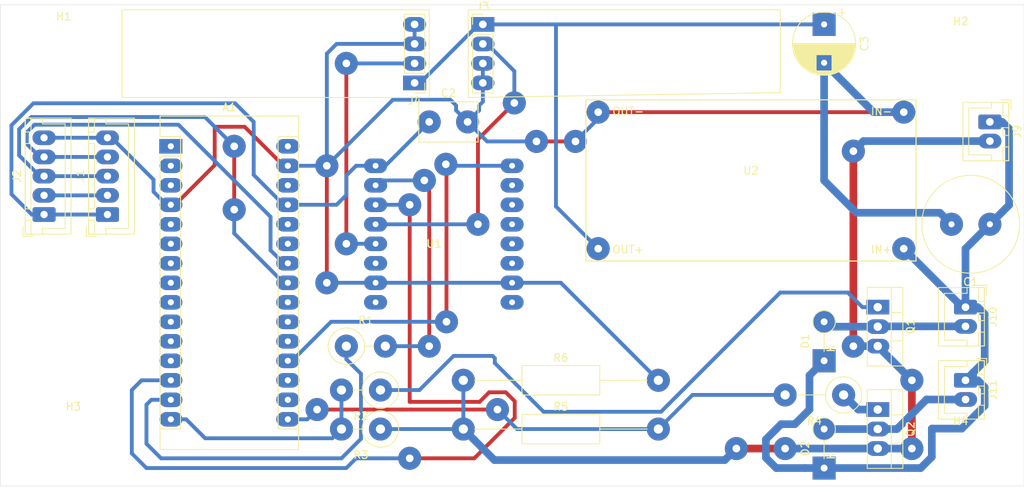
<source format=kicad_pcb>
(kicad_pcb (version 20171130) (host pcbnew 5.1.2-f72e74a~84~ubuntu18.04.1)

  (general
    (thickness 1.6)
    (drawings 12)
    (tracks 246)
    (zones 0)
    (modules 27)
    (nets 49)
  )

  (page A4)
  (layers
    (0 F.Cu signal)
    (31 B.Cu signal)
    (32 B.Adhes user)
    (33 F.Adhes user)
    (34 B.Paste user)
    (35 F.Paste user)
    (36 B.SilkS user)
    (37 F.SilkS user)
    (38 B.Mask user)
    (39 F.Mask user)
    (40 Dwgs.User user)
    (41 Cmts.User user)
    (42 Eco1.User user)
    (43 Eco2.User user)
    (44 Edge.Cuts user)
    (45 Margin user)
    (46 B.CrtYd user)
    (47 F.CrtYd user)
    (48 B.Fab user)
    (49 F.Fab user)
  )

  (setup
    (last_trace_width 1)
    (user_trace_width 0.5)
    (trace_clearance 0.5)
    (zone_clearance 0.508)
    (zone_45_only no)
    (trace_min 0.2)
    (via_size 3)
    (via_drill 1)
    (via_min_size 0.4)
    (via_min_drill 0.3)
    (uvia_size 0.3)
    (uvia_drill 0.1)
    (uvias_allowed no)
    (uvia_min_size 0.2)
    (uvia_min_drill 0.1)
    (edge_width 0.05)
    (segment_width 0.2)
    (pcb_text_width 0.3)
    (pcb_text_size 1.5 1.5)
    (mod_edge_width 0.12)
    (mod_text_size 1 1)
    (mod_text_width 0.15)
    (pad_size 3 3)
    (pad_drill 1.2)
    (pad_to_mask_clearance 0.051)
    (solder_mask_min_width 0.25)
    (aux_axis_origin 0 0)
    (visible_elements FFFFFF7F)
    (pcbplotparams
      (layerselection 0x010fc_ffffffff)
      (usegerberextensions false)
      (usegerberattributes false)
      (usegerberadvancedattributes false)
      (creategerberjobfile false)
      (excludeedgelayer true)
      (linewidth 0.100000)
      (plotframeref false)
      (viasonmask false)
      (mode 1)
      (useauxorigin false)
      (hpglpennumber 1)
      (hpglpenspeed 20)
      (hpglpendiameter 15.000000)
      (psnegative false)
      (psa4output false)
      (plotreference true)
      (plotvalue true)
      (plotinvisibletext false)
      (padsonsilk false)
      (subtractmaskfromsilk false)
      (outputformat 1)
      (mirror false)
      (drillshape 0)
      (scaleselection 1)
      (outputdirectory "gerber"))
  )

  (net 0 "")
  (net 1 "Net-(A1-Pad1)")
  (net 2 "Net-(A1-Pad17)")
  (net 3 "Net-(A1-Pad2)")
  (net 4 "Net-(A1-Pad18)")
  (net 5 "Net-(A1-Pad3)")
  (net 6 "Net-(A1-Pad19)")
  (net 7 GND)
  (net 8 "Net-(A1-Pad20)")
  (net 9 "Net-(A1-Pad21)")
  (net 10 "Net-(A1-Pad22)")
  (net 11 SDA)
  (net 12 SCL)
  (net 13 "Net-(A1-Pad25)")
  (net 14 "Net-(A1-Pad26)")
  (net 15 +5V)
  (net 16 "Net-(A1-Pad28)")
  (net 17 "Net-(A1-Pad13)")
  (net 18 "Net-(A1-Pad14)")
  (net 19 "Net-(A1-Pad30)")
  (net 20 PWM1)
  (net 21 PWM2)
  (net 22 +24V)
  (net 23 "Net-(D1-Pad2)")
  (net 24 "Net-(D2-Pad2)")
  (net 25 "Net-(J1-Pad2)")
  (net 26 +5VP)
  (net 27 "Net-(J3-Pad2)")
  (net 28 "Net-(J4-Pad2)")
  (net 29 GNDPWR)
  (net 30 "Net-(Q1-Pad1)")
  (net 31 "Net-(Q2-Pad1)")
  (net 32 "Net-(R1-Pad2)")
  (net 33 "Net-(U1-Pad6)")
  (net 34 "Net-(U1-Pad8)")
  (net 35 "Net-(U1-Pad15)")
  (net 36 "Net-(U1-Pad14)")
  (net 37 "Net-(U1-Pad13)")
  (net 38 "Net-(U1-Pad12)")
  (net 39 "Net-(U1-Pad11)")
  (net 40 "Net-(U1-Pad9)")
  (net 41 "Net-(A1-Pad5)")
  (net 42 "Net-(A1-Pad6)")
  (net 43 "Net-(A1-Pad7)")
  (net 44 "Net-(A1-Pad8)")
  (net 45 "Net-(A1-Pad9)")
  (net 46 "Net-(A1-Pad10)")
  (net 47 "Net-(A1-Pad11)")
  (net 48 "Net-(A1-Pad12)")

  (net_class Default "This is the default net class."
    (clearance 0.5)
    (trace_width 1)
    (via_dia 3)
    (via_drill 1)
    (uvia_dia 0.3)
    (uvia_drill 0.1)
    (add_net +24V)
    (add_net +5V)
    (add_net +5VP)
    (add_net GND)
    (add_net GNDPWR)
    (add_net "Net-(A1-Pad1)")
    (add_net "Net-(A1-Pad10)")
    (add_net "Net-(A1-Pad11)")
    (add_net "Net-(A1-Pad12)")
    (add_net "Net-(A1-Pad13)")
    (add_net "Net-(A1-Pad14)")
    (add_net "Net-(A1-Pad17)")
    (add_net "Net-(A1-Pad18)")
    (add_net "Net-(A1-Pad19)")
    (add_net "Net-(A1-Pad2)")
    (add_net "Net-(A1-Pad20)")
    (add_net "Net-(A1-Pad21)")
    (add_net "Net-(A1-Pad22)")
    (add_net "Net-(A1-Pad25)")
    (add_net "Net-(A1-Pad26)")
    (add_net "Net-(A1-Pad28)")
    (add_net "Net-(A1-Pad3)")
    (add_net "Net-(A1-Pad30)")
    (add_net "Net-(A1-Pad5)")
    (add_net "Net-(A1-Pad6)")
    (add_net "Net-(A1-Pad7)")
    (add_net "Net-(A1-Pad8)")
    (add_net "Net-(A1-Pad9)")
    (add_net "Net-(D1-Pad2)")
    (add_net "Net-(D2-Pad2)")
    (add_net "Net-(J1-Pad2)")
    (add_net "Net-(J3-Pad2)")
    (add_net "Net-(J4-Pad2)")
    (add_net "Net-(Q1-Pad1)")
    (add_net "Net-(Q2-Pad1)")
    (add_net "Net-(R1-Pad2)")
    (add_net "Net-(U1-Pad11)")
    (add_net "Net-(U1-Pad12)")
    (add_net "Net-(U1-Pad13)")
    (add_net "Net-(U1-Pad14)")
    (add_net "Net-(U1-Pad15)")
    (add_net "Net-(U1-Pad6)")
    (add_net "Net-(U1-Pad8)")
    (add_net "Net-(U1-Pad9)")
    (add_net PWM1)
    (add_net PWM2)
    (add_net SCL)
    (add_net SDA)
  )

  (module Module:Arduino_Nano (layer F.Cu) (tedit 5D1A72E4) (tstamp 5D1A9F08)
    (at 22.225 48.26)
    (descr "Arduino Nano, http://www.mouser.com/pdfdocs/Gravitech_Arduino_Nano3_0.pdf")
    (tags "Arduino Nano")
    (path /5D190561)
    (fp_text reference A1 (at 7.62 -5.08) (layer F.SilkS)
      (effects (font (size 1 1) (thickness 0.15)))
    )
    (fp_text value Arduino_Nano_v3.x (at 8.89 19.05 90) (layer F.Fab)
      (effects (font (size 1 1) (thickness 0.15)))
    )
    (fp_text user %R (at 6.35 19.05 90) (layer F.Fab)
      (effects (font (size 1 1) (thickness 0.15)))
    )
    (fp_line (start 1.27 1.27) (end 1.27 -1.27) (layer F.SilkS) (width 0.12))
    (fp_line (start 1.27 -1.27) (end -1.4 -1.27) (layer F.SilkS) (width 0.12))
    (fp_line (start -1.4 1.27) (end -1.4 39.5) (layer F.SilkS) (width 0.12))
    (fp_line (start -1.4 -3.94) (end -1.4 -1.27) (layer F.SilkS) (width 0.12))
    (fp_line (start 13.97 -1.27) (end 16.64 -1.27) (layer F.SilkS) (width 0.12))
    (fp_line (start 13.97 -1.27) (end 13.97 36.83) (layer F.SilkS) (width 0.12))
    (fp_line (start 13.97 36.83) (end 16.64 36.83) (layer F.SilkS) (width 0.12))
    (fp_line (start 1.27 1.27) (end -1.4 1.27) (layer F.SilkS) (width 0.12))
    (fp_line (start 1.27 1.27) (end 1.27 36.83) (layer F.SilkS) (width 0.12))
    (fp_line (start 1.27 36.83) (end -1.4 36.83) (layer F.SilkS) (width 0.12))
    (fp_line (start 3.81 31.75) (end 11.43 31.75) (layer F.Fab) (width 0.1))
    (fp_line (start 11.43 31.75) (end 11.43 41.91) (layer F.Fab) (width 0.1))
    (fp_line (start 11.43 41.91) (end 3.81 41.91) (layer F.Fab) (width 0.1))
    (fp_line (start 3.81 41.91) (end 3.81 31.75) (layer F.Fab) (width 0.1))
    (fp_line (start -1.4 39.5) (end 16.64 39.5) (layer F.SilkS) (width 0.12))
    (fp_line (start 16.64 39.5) (end 16.64 -3.94) (layer F.SilkS) (width 0.12))
    (fp_line (start 16.64 -3.94) (end -1.4 -3.94) (layer F.SilkS) (width 0.12))
    (fp_line (start 16.51 39.37) (end -1.27 39.37) (layer F.Fab) (width 0.1))
    (fp_line (start -1.27 39.37) (end -1.27 -2.54) (layer F.Fab) (width 0.1))
    (fp_line (start -1.27 -2.54) (end 0 -3.81) (layer F.Fab) (width 0.1))
    (fp_line (start 0 -3.81) (end 16.51 -3.81) (layer F.Fab) (width 0.1))
    (fp_line (start 16.51 -3.81) (end 16.51 39.37) (layer F.Fab) (width 0.1))
    (fp_line (start -1.53 -4.06) (end 16.75 -4.06) (layer F.CrtYd) (width 0.05))
    (fp_line (start -1.53 -4.06) (end -1.53 42.16) (layer F.CrtYd) (width 0.05))
    (fp_line (start 16.75 42.16) (end 16.75 -4.06) (layer F.CrtYd) (width 0.05))
    (fp_line (start 16.75 42.16) (end -1.53 42.16) (layer F.CrtYd) (width 0.05))
    (pad 1 thru_hole rect (at 0 0) (size 3 1.9) (drill 0.8) (layers *.Cu *.Mask)
      (net 1 "Net-(A1-Pad1)"))
    (pad 17 thru_hole oval (at 15.24 33.02) (size 3 1.9) (drill 0.8) (layers *.Cu *.Mask)
      (net 2 "Net-(A1-Pad17)"))
    (pad 2 thru_hole oval (at 0 2.54) (size 3 1.9) (drill 0.8) (layers *.Cu *.Mask)
      (net 3 "Net-(A1-Pad2)"))
    (pad 18 thru_hole oval (at 15.24 30.48) (size 3 1.9) (drill 0.8) (layers *.Cu *.Mask)
      (net 4 "Net-(A1-Pad18)"))
    (pad 3 thru_hole oval (at 0 5.08) (size 3 1.9) (drill 0.8) (layers *.Cu *.Mask)
      (net 5 "Net-(A1-Pad3)"))
    (pad 19 thru_hole oval (at 15.24 27.94) (size 3 1.9) (drill 0.8) (layers *.Cu *.Mask)
      (net 6 "Net-(A1-Pad19)"))
    (pad 4 thru_hole oval (at 0 7.62) (size 3 1.9) (drill 0.8) (layers *.Cu *.Mask)
      (net 7 GND))
    (pad 20 thru_hole oval (at 15.24 25.4) (size 3 1.9) (drill 0.8) (layers *.Cu *.Mask)
      (net 8 "Net-(A1-Pad20)"))
    (pad 5 thru_hole oval (at 0 10.16) (size 3 1.9) (drill 0.8) (layers *.Cu *.Mask)
      (net 41 "Net-(A1-Pad5)"))
    (pad 21 thru_hole oval (at 15.24 22.86) (size 3 1.9) (drill 0.8) (layers *.Cu *.Mask)
      (net 9 "Net-(A1-Pad21)"))
    (pad 6 thru_hole oval (at 0 12.7) (size 3 1.9) (drill 0.8) (layers *.Cu *.Mask)
      (net 42 "Net-(A1-Pad6)"))
    (pad 22 thru_hole oval (at 15.24 20.32) (size 3 1.9) (drill 0.8) (layers *.Cu *.Mask)
      (net 10 "Net-(A1-Pad22)"))
    (pad 7 thru_hole oval (at 0 15.24) (size 3 1.9) (drill 0.8) (layers *.Cu *.Mask)
      (net 43 "Net-(A1-Pad7)"))
    (pad 23 thru_hole oval (at 15.24 17.78) (size 3 1.9) (drill 0.8) (layers *.Cu *.Mask)
      (net 11 SDA))
    (pad 8 thru_hole oval (at 0 17.78) (size 3 1.9) (drill 0.8) (layers *.Cu *.Mask)
      (net 44 "Net-(A1-Pad8)"))
    (pad 24 thru_hole oval (at 15.24 15.24) (size 3 1.9) (drill 0.8) (layers *.Cu *.Mask)
      (net 12 SCL))
    (pad 9 thru_hole oval (at 0 20.32) (size 3 1.9) (drill 0.8) (layers *.Cu *.Mask)
      (net 45 "Net-(A1-Pad9)"))
    (pad 25 thru_hole oval (at 15.24 12.7) (size 3 1.9) (drill 0.8) (layers *.Cu *.Mask)
      (net 13 "Net-(A1-Pad25)"))
    (pad 10 thru_hole oval (at 0 22.86) (size 3 1.9) (drill 0.8) (layers *.Cu *.Mask)
      (net 46 "Net-(A1-Pad10)"))
    (pad 26 thru_hole oval (at 15.24 10.16) (size 3 1.9) (drill 0.8) (layers *.Cu *.Mask)
      (net 14 "Net-(A1-Pad26)"))
    (pad 11 thru_hole oval (at 0 25.4) (size 3 1.9) (drill 0.8) (layers *.Cu *.Mask)
      (net 47 "Net-(A1-Pad11)"))
    (pad 27 thru_hole oval (at 15.24 7.62) (size 3 1.9) (drill 0.8) (layers *.Cu *.Mask)
      (net 15 +5V))
    (pad 12 thru_hole oval (at 0 27.94) (size 3 1.9) (drill 0.8) (layers *.Cu *.Mask)
      (net 48 "Net-(A1-Pad12)"))
    (pad 28 thru_hole oval (at 15.24 5.08) (size 3 1.9) (drill 0.8) (layers *.Cu *.Mask)
      (net 16 "Net-(A1-Pad28)"))
    (pad 13 thru_hole oval (at 0 30.48) (size 3 1.9) (drill 0.8) (layers *.Cu *.Mask)
      (net 17 "Net-(A1-Pad13)"))
    (pad 29 thru_hole oval (at 15.24 2.54) (size 3 1.9) (drill 0.8) (layers *.Cu *.Mask)
      (net 7 GND))
    (pad 14 thru_hole oval (at 0 33.02) (size 3 1.9) (drill 0.8) (layers *.Cu *.Mask)
      (net 18 "Net-(A1-Pad14)"))
    (pad 30 thru_hole oval (at 15.24 0) (size 3 1.9) (drill 0.8) (layers *.Cu *.Mask)
      (net 19 "Net-(A1-Pad30)"))
    (pad 15 thru_hole oval (at 0 35.56) (size 3 1.9) (drill 0.8) (layers *.Cu *.Mask)
      (net 20 PWM1))
    (pad 16 thru_hole oval (at 15.24 35.56) (size 3 1.9) (drill 0.8) (layers *.Cu *.Mask)
      (net 21 PWM2))
    (model ${KISYS3DMOD}/Module.3dshapes/Arduino_Nano_WithMountingHoles.wrl
      (at (xyz 0 0 0))
      (scale (xyz 1 1 1))
      (rotate (xyz 0 0 0))
    )
  )

  (module Capacitor_THT:C_Radial_D12.5mm_H20.0mm_P5.00mm (layer F.Cu) (tedit 5D1A72F2) (tstamp 5D1A9F12)
    (at 128.905 58.42 180)
    (descr "C, Radial series, Radial, pin pitch=5.00mm, diameter=12.5mm, height=20mm, Non-Polar Electrolytic Capacitor")
    (tags "C Radial series Radial pin pitch 5.00mm diameter 12.5mm height 20mm Non-Polar Electrolytic Capacitor")
    (path /5D1A0A8E)
    (fp_text reference C1 (at 2.5 -7.5) (layer F.SilkS)
      (effects (font (size 1 1) (thickness 0.15)))
    )
    (fp_text value 100u (at 2.5 7.5) (layer F.Fab)
      (effects (font (size 1 1) (thickness 0.15)))
    )
    (fp_circle (center 2.5 0) (end 8.75 0) (layer F.Fab) (width 0.1))
    (fp_circle (center 2.5 0) (end 8.87 0) (layer F.SilkS) (width 0.12))
    (fp_circle (center 2.5 0) (end 9 0) (layer F.CrtYd) (width 0.05))
    (fp_text user %R (at 2.5 0) (layer F.Fab)
      (effects (font (size 1 1) (thickness 0.15)))
    )
    (pad 1 thru_hole circle (at 0 0 180) (size 3 3) (drill 0.8) (layers *.Cu *.Mask)
      (net 22 +24V))
    (pad 2 thru_hole circle (at 5 0 180) (size 3 3) (drill 0.8) (layers *.Cu *.Mask)
      (net 7 GND))
    (model ${KISYS3DMOD}/Capacitor_THT.3dshapes/C_Radial_D12.5mm_H20.0mm_P5.00mm.wrl
      (at (xyz 0 0 0))
      (scale (xyz 1 1 1))
      (rotate (xyz 0 0 0))
    )
  )

  (module Connector_JST:JST_XH_B05B-XH-A_1x05_P2.50mm_Vertical (layer F.Cu) (tedit 5B7754C5) (tstamp 5D1A9F7C)
    (at 13.97 57.15 90)
    (descr "JST XH series connector, B05B-XH-A (http://www.jst-mfg.com/product/pdf/eng/eXH.pdf), generated with kicad-footprint-generator")
    (tags "connector JST XH side entry")
    (path /5D1B342D)
    (fp_text reference J1 (at 5 -3.55 90) (layer F.SilkS)
      (effects (font (size 1 1) (thickness 0.15)))
    )
    (fp_text value "JST XH" (at 5 4.6 90) (layer F.Fab)
      (effects (font (size 1 1) (thickness 0.15)))
    )
    (fp_line (start -2.45 -2.35) (end -2.45 3.4) (layer F.Fab) (width 0.1))
    (fp_line (start -2.45 3.4) (end 12.45 3.4) (layer F.Fab) (width 0.1))
    (fp_line (start 12.45 3.4) (end 12.45 -2.35) (layer F.Fab) (width 0.1))
    (fp_line (start 12.45 -2.35) (end -2.45 -2.35) (layer F.Fab) (width 0.1))
    (fp_line (start -2.56 -2.46) (end -2.56 3.51) (layer F.SilkS) (width 0.12))
    (fp_line (start -2.56 3.51) (end 12.56 3.51) (layer F.SilkS) (width 0.12))
    (fp_line (start 12.56 3.51) (end 12.56 -2.46) (layer F.SilkS) (width 0.12))
    (fp_line (start 12.56 -2.46) (end -2.56 -2.46) (layer F.SilkS) (width 0.12))
    (fp_line (start -2.95 -2.85) (end -2.95 3.9) (layer F.CrtYd) (width 0.05))
    (fp_line (start -2.95 3.9) (end 12.95 3.9) (layer F.CrtYd) (width 0.05))
    (fp_line (start 12.95 3.9) (end 12.95 -2.85) (layer F.CrtYd) (width 0.05))
    (fp_line (start 12.95 -2.85) (end -2.95 -2.85) (layer F.CrtYd) (width 0.05))
    (fp_line (start -0.625 -2.35) (end 0 -1.35) (layer F.Fab) (width 0.1))
    (fp_line (start 0 -1.35) (end 0.625 -2.35) (layer F.Fab) (width 0.1))
    (fp_line (start 0.75 -2.45) (end 0.75 -1.7) (layer F.SilkS) (width 0.12))
    (fp_line (start 0.75 -1.7) (end 9.25 -1.7) (layer F.SilkS) (width 0.12))
    (fp_line (start 9.25 -1.7) (end 9.25 -2.45) (layer F.SilkS) (width 0.12))
    (fp_line (start 9.25 -2.45) (end 0.75 -2.45) (layer F.SilkS) (width 0.12))
    (fp_line (start -2.55 -2.45) (end -2.55 -1.7) (layer F.SilkS) (width 0.12))
    (fp_line (start -2.55 -1.7) (end -0.75 -1.7) (layer F.SilkS) (width 0.12))
    (fp_line (start -0.75 -1.7) (end -0.75 -2.45) (layer F.SilkS) (width 0.12))
    (fp_line (start -0.75 -2.45) (end -2.55 -2.45) (layer F.SilkS) (width 0.12))
    (fp_line (start 10.75 -2.45) (end 10.75 -1.7) (layer F.SilkS) (width 0.12))
    (fp_line (start 10.75 -1.7) (end 12.55 -1.7) (layer F.SilkS) (width 0.12))
    (fp_line (start 12.55 -1.7) (end 12.55 -2.45) (layer F.SilkS) (width 0.12))
    (fp_line (start 12.55 -2.45) (end 10.75 -2.45) (layer F.SilkS) (width 0.12))
    (fp_line (start -2.55 -0.2) (end -1.8 -0.2) (layer F.SilkS) (width 0.12))
    (fp_line (start -1.8 -0.2) (end -1.8 2.75) (layer F.SilkS) (width 0.12))
    (fp_line (start -1.8 2.75) (end 5 2.75) (layer F.SilkS) (width 0.12))
    (fp_line (start 12.55 -0.2) (end 11.8 -0.2) (layer F.SilkS) (width 0.12))
    (fp_line (start 11.8 -0.2) (end 11.8 2.75) (layer F.SilkS) (width 0.12))
    (fp_line (start 11.8 2.75) (end 5 2.75) (layer F.SilkS) (width 0.12))
    (fp_line (start -1.6 -2.75) (end -2.85 -2.75) (layer F.SilkS) (width 0.12))
    (fp_line (start -2.85 -2.75) (end -2.85 -1.5) (layer F.SilkS) (width 0.12))
    (fp_text user %R (at 5 2.7 90) (layer F.Fab)
      (effects (font (size 1 1) (thickness 0.15)))
    )
    (pad 1 thru_hole roundrect (at 0 0 90) (size 1.9 3) (drill 0.95) (layers *.Cu *.Mask) (roundrect_rratio 0.147)
      (net 15 +5V))
    (pad 2 thru_hole oval (at 2.5 0 90) (size 1.9 3) (drill 0.95) (layers *.Cu *.Mask)
      (net 25 "Net-(J1-Pad2)"))
    (pad 3 thru_hole oval (at 5 0 90) (size 1.9 3) (drill 0.95) (layers *.Cu *.Mask)
      (net 11 SDA))
    (pad 4 thru_hole oval (at 7.5 0 90) (size 1.9 3) (drill 0.95) (layers *.Cu *.Mask)
      (net 12 SCL))
    (pad 5 thru_hole oval (at 10 0 90) (size 1.9 3) (drill 0.95) (layers *.Cu *.Mask)
      (net 7 GND))
    (model ${KISYS3DMOD}/Connector_JST.3dshapes/JST_XH_B05B-XH-A_1x05_P2.50mm_Vertical.wrl
      (at (xyz 0 0 0))
      (scale (xyz 1 1 1))
      (rotate (xyz 0 0 0))
    )
  )

  (module Connector_JST:JST_XH_B05B-XH-A_1x05_P2.50mm_Vertical (layer F.Cu) (tedit 5D1A72D0) (tstamp 5D1A9FA8)
    (at 5.715 57.15 90)
    (descr "JST XH series connector, B05B-XH-A (http://www.jst-mfg.com/product/pdf/eng/eXH.pdf), generated with kicad-footprint-generator")
    (tags "connector JST XH side entry")
    (path /5D1B2A46)
    (fp_text reference J2 (at 5 -3.55 90) (layer F.SilkS)
      (effects (font (size 1 1) (thickness 0.15)))
    )
    (fp_text value "JST XH" (at 5 4.6 90) (layer F.Fab)
      (effects (font (size 1 1) (thickness 0.15)))
    )
    (fp_text user %R (at 5 2.7 90) (layer F.Fab)
      (effects (font (size 1 1) (thickness 0.15)))
    )
    (fp_line (start -2.85 -2.75) (end -2.85 -1.5) (layer F.SilkS) (width 0.12))
    (fp_line (start -1.6 -2.75) (end -2.85 -2.75) (layer F.SilkS) (width 0.12))
    (fp_line (start 11.8 2.75) (end 5 2.75) (layer F.SilkS) (width 0.12))
    (fp_line (start 11.8 -0.2) (end 11.8 2.75) (layer F.SilkS) (width 0.12))
    (fp_line (start 12.55 -0.2) (end 11.8 -0.2) (layer F.SilkS) (width 0.12))
    (fp_line (start -1.8 2.75) (end 5 2.75) (layer F.SilkS) (width 0.12))
    (fp_line (start -1.8 -0.2) (end -1.8 2.75) (layer F.SilkS) (width 0.12))
    (fp_line (start -2.55 -0.2) (end -1.8 -0.2) (layer F.SilkS) (width 0.12))
    (fp_line (start 12.55 -2.45) (end 10.75 -2.45) (layer F.SilkS) (width 0.12))
    (fp_line (start 12.55 -1.7) (end 12.55 -2.45) (layer F.SilkS) (width 0.12))
    (fp_line (start 10.75 -1.7) (end 12.55 -1.7) (layer F.SilkS) (width 0.12))
    (fp_line (start 10.75 -2.45) (end 10.75 -1.7) (layer F.SilkS) (width 0.12))
    (fp_line (start -0.75 -2.45) (end -2.55 -2.45) (layer F.SilkS) (width 0.12))
    (fp_line (start -0.75 -1.7) (end -0.75 -2.45) (layer F.SilkS) (width 0.12))
    (fp_line (start -2.55 -1.7) (end -0.75 -1.7) (layer F.SilkS) (width 0.12))
    (fp_line (start -2.55 -2.45) (end -2.55 -1.7) (layer F.SilkS) (width 0.12))
    (fp_line (start 9.25 -2.45) (end 0.75 -2.45) (layer F.SilkS) (width 0.12))
    (fp_line (start 9.25 -1.7) (end 9.25 -2.45) (layer F.SilkS) (width 0.12))
    (fp_line (start 0.75 -1.7) (end 9.25 -1.7) (layer F.SilkS) (width 0.12))
    (fp_line (start 0.75 -2.45) (end 0.75 -1.7) (layer F.SilkS) (width 0.12))
    (fp_line (start 0 -1.35) (end 0.625 -2.35) (layer F.Fab) (width 0.1))
    (fp_line (start -0.625 -2.35) (end 0 -1.35) (layer F.Fab) (width 0.1))
    (fp_line (start 12.95 -2.85) (end -2.95 -2.85) (layer F.CrtYd) (width 0.05))
    (fp_line (start 12.95 3.9) (end 12.95 -2.85) (layer F.CrtYd) (width 0.05))
    (fp_line (start -2.95 3.9) (end 12.95 3.9) (layer F.CrtYd) (width 0.05))
    (fp_line (start -2.95 -2.85) (end -2.95 3.9) (layer F.CrtYd) (width 0.05))
    (fp_line (start 12.56 -2.46) (end -2.56 -2.46) (layer F.SilkS) (width 0.12))
    (fp_line (start 12.56 3.51) (end 12.56 -2.46) (layer F.SilkS) (width 0.12))
    (fp_line (start -2.56 3.51) (end 12.56 3.51) (layer F.SilkS) (width 0.12))
    (fp_line (start -2.56 -2.46) (end -2.56 3.51) (layer F.SilkS) (width 0.12))
    (fp_line (start 12.45 -2.35) (end -2.45 -2.35) (layer F.Fab) (width 0.1))
    (fp_line (start 12.45 3.4) (end 12.45 -2.35) (layer F.Fab) (width 0.1))
    (fp_line (start -2.45 3.4) (end 12.45 3.4) (layer F.Fab) (width 0.1))
    (fp_line (start -2.45 -2.35) (end -2.45 3.4) (layer F.Fab) (width 0.1))
    (pad 5 thru_hole oval (at 10 0 90) (size 1.9 3) (drill 0.95) (layers *.Cu *.Mask)
      (net 7 GND))
    (pad 4 thru_hole oval (at 7.5 0 90) (size 1.9 3) (drill 0.95) (layers *.Cu *.Mask)
      (net 12 SCL))
    (pad 3 thru_hole oval (at 5 0 90) (size 1.9 3) (drill 0.95) (layers *.Cu *.Mask)
      (net 11 SDA))
    (pad 2 thru_hole oval (at 2.5 0 90) (size 1.9 3) (drill 0.95) (layers *.Cu *.Mask)
      (net 25 "Net-(J1-Pad2)"))
    (pad 1 thru_hole roundrect (at 0 0 90) (size 1.9 3) (drill 0.95) (layers *.Cu *.Mask) (roundrect_rratio 0.147)
      (net 15 +5V))
    (model ${KISYS3DMOD}/Connector_JST.3dshapes/JST_XH_B05B-XH-A_1x05_P2.50mm_Vertical.wrl
      (at (xyz 0 0 0))
      (scale (xyz 1 1 1))
      (rotate (xyz 0 0 0))
    )
  )

  (module Connector_PinHeader_2.54mm:PinHeader_1x04_P2.54mm_Vertical (layer F.Cu) (tedit 59FED5CC) (tstamp 5D1A9FC0)
    (at 62.865 32.385)
    (descr "Through hole straight pin header, 1x04, 2.54mm pitch, single row")
    (tags "Through hole pin header THT 1x04 2.54mm single row")
    (path /5D1A6699)
    (fp_text reference J3 (at 0 -2.33) (layer F.SilkS)
      (effects (font (size 1 1) (thickness 0.15)))
    )
    (fp_text value "Pin header" (at 0 9.95) (layer F.Fab)
      (effects (font (size 1 1) (thickness 0.15)))
    )
    (fp_line (start -0.635 -1.27) (end 1.27 -1.27) (layer F.Fab) (width 0.1))
    (fp_line (start 1.27 -1.27) (end 1.27 8.89) (layer F.Fab) (width 0.1))
    (fp_line (start 1.27 8.89) (end -1.27 8.89) (layer F.Fab) (width 0.1))
    (fp_line (start -1.27 8.89) (end -1.27 -0.635) (layer F.Fab) (width 0.1))
    (fp_line (start -1.27 -0.635) (end -0.635 -1.27) (layer F.Fab) (width 0.1))
    (fp_line (start -1.33 8.95) (end 1.33 8.95) (layer F.SilkS) (width 0.12))
    (fp_line (start -1.33 1.27) (end -1.33 8.95) (layer F.SilkS) (width 0.12))
    (fp_line (start 1.33 1.27) (end 1.33 8.95) (layer F.SilkS) (width 0.12))
    (fp_line (start -1.33 1.27) (end 1.33 1.27) (layer F.SilkS) (width 0.12))
    (fp_line (start -1.33 0) (end -1.33 -1.33) (layer F.SilkS) (width 0.12))
    (fp_line (start -1.33 -1.33) (end 0 -1.33) (layer F.SilkS) (width 0.12))
    (fp_line (start -1.8 -1.8) (end -1.8 9.4) (layer F.CrtYd) (width 0.05))
    (fp_line (start -1.8 9.4) (end 1.8 9.4) (layer F.CrtYd) (width 0.05))
    (fp_line (start 1.8 9.4) (end 1.8 -1.8) (layer F.CrtYd) (width 0.05))
    (fp_line (start 1.8 -1.8) (end -1.8 -1.8) (layer F.CrtYd) (width 0.05))
    (fp_text user %R (at 0 3.81 90) (layer F.Fab)
      (effects (font (size 1 1) (thickness 0.15)))
    )
    (pad 1 thru_hole rect (at 0 0) (size 3 1.9) (drill 1) (layers *.Cu *.Mask)
      (net 26 +5VP))
    (pad 2 thru_hole oval (at 0 2.54) (size 3 1.9) (drill 1) (layers *.Cu *.Mask)
      (net 27 "Net-(J3-Pad2)"))
    (pad 3 thru_hole oval (at 0 5.08) (size 3 1.9) (drill 1) (layers *.Cu *.Mask)
      (net 7 GND))
    (pad 4 thru_hole oval (at 0 7.62) (size 3 1.9) (drill 1) (layers *.Cu *.Mask)
      (net 7 GND))
    (model ${KISYS3DMOD}/Connector_PinHeader_2.54mm.3dshapes/PinHeader_1x04_P2.54mm_Vertical.wrl
      (at (xyz 0 0 0))
      (scale (xyz 1 1 1))
      (rotate (xyz 0 0 0))
    )
  )

  (module Connector_PinHeader_2.54mm:PinHeader_1x04_P2.54mm_Vertical (layer F.Cu) (tedit 5D1A731B) (tstamp 5D1AAA34)
    (at 53.975 40.005 180)
    (descr "Through hole straight pin header, 1x04, 2.54mm pitch, single row")
    (tags "Through hole pin header THT 1x04 2.54mm single row")
    (path /5D1A72B8)
    (fp_text reference J4 (at 0 -2.33) (layer F.SilkS)
      (effects (font (size 1 1) (thickness 0.15)))
    )
    (fp_text value "Pin header" (at 0 9.95) (layer F.Fab)
      (effects (font (size 1 1) (thickness 0.15)))
    )
    (fp_text user %R (at 0 3.81 90) (layer F.Fab)
      (effects (font (size 1 1) (thickness 0.15)))
    )
    (fp_line (start 1.8 -1.8) (end -1.8 -1.8) (layer F.CrtYd) (width 0.05))
    (fp_line (start 1.8 9.4) (end 1.8 -1.8) (layer F.CrtYd) (width 0.05))
    (fp_line (start -1.8 9.4) (end 1.8 9.4) (layer F.CrtYd) (width 0.05))
    (fp_line (start -1.8 -1.8) (end -1.8 9.4) (layer F.CrtYd) (width 0.05))
    (fp_line (start -1.33 -1.33) (end 0 -1.33) (layer F.SilkS) (width 0.12))
    (fp_line (start -1.33 0) (end -1.33 -1.33) (layer F.SilkS) (width 0.12))
    (fp_line (start -1.33 1.27) (end 1.33 1.27) (layer F.SilkS) (width 0.12))
    (fp_line (start 1.33 1.27) (end 1.33 8.95) (layer F.SilkS) (width 0.12))
    (fp_line (start -1.33 1.27) (end -1.33 8.95) (layer F.SilkS) (width 0.12))
    (fp_line (start -1.33 8.95) (end 1.33 8.95) (layer F.SilkS) (width 0.12))
    (fp_line (start -1.27 -0.635) (end -0.635 -1.27) (layer F.Fab) (width 0.1))
    (fp_line (start -1.27 8.89) (end -1.27 -0.635) (layer F.Fab) (width 0.1))
    (fp_line (start 1.27 8.89) (end -1.27 8.89) (layer F.Fab) (width 0.1))
    (fp_line (start 1.27 -1.27) (end 1.27 8.89) (layer F.Fab) (width 0.1))
    (fp_line (start -0.635 -1.27) (end 1.27 -1.27) (layer F.Fab) (width 0.1))
    (pad 4 thru_hole oval (at 0 7.62 180) (size 3 1.9) (drill 1) (layers *.Cu *.Mask)
      (net 7 GND))
    (pad 3 thru_hole oval (at 0 5.08 180) (size 3 1.9) (drill 1) (layers *.Cu *.Mask)
      (net 7 GND))
    (pad 2 thru_hole oval (at 0 2.54 180) (size 3 1.9) (drill 1) (layers *.Cu *.Mask)
      (net 28 "Net-(J4-Pad2)"))
    (pad 1 thru_hole rect (at 0 0 180) (size 3 1.9) (drill 1) (layers *.Cu *.Mask)
      (net 26 +5VP))
    (model ${KISYS3DMOD}/Connector_PinHeader_2.54mm.3dshapes/PinHeader_1x04_P2.54mm_Vertical.wrl
      (at (xyz 0 0 0))
      (scale (xyz 1 1 1))
      (rotate (xyz 0 0 0))
    )
  )

  (module Connector_JST:JST_XH_B02B-XH-A_1x02_P2.50mm_Vertical (layer F.Cu) (tedit 5D1A71FC) (tstamp 5D1AA0AD)
    (at 128.905 45.085 270)
    (descr "JST XH series connector, B02B-XH-A (http://www.jst-mfg.com/product/pdf/eng/eXH.pdf), generated with kicad-footprint-generator")
    (tags "connector JST XH side entry")
    (path /5D191AC1)
    (fp_text reference J9 (at 1.25 -3.55 90) (layer F.SilkS)
      (effects (font (size 1 1) (thickness 0.15)))
    )
    (fp_text value "JST XH" (at 1.25 4.6 90) (layer F.Fab)
      (effects (font (size 1 1) (thickness 0.15)))
    )
    (fp_line (start -2.45 -2.35) (end -2.45 3.4) (layer F.Fab) (width 0.1))
    (fp_line (start -2.45 3.4) (end 4.95 3.4) (layer F.Fab) (width 0.1))
    (fp_line (start 4.95 3.4) (end 4.95 -2.35) (layer F.Fab) (width 0.1))
    (fp_line (start 4.95 -2.35) (end -2.45 -2.35) (layer F.Fab) (width 0.1))
    (fp_line (start -2.56 -2.46) (end -2.56 3.51) (layer F.SilkS) (width 0.12))
    (fp_line (start -2.56 3.51) (end 5.06 3.51) (layer F.SilkS) (width 0.12))
    (fp_line (start 5.06 3.51) (end 5.06 -2.46) (layer F.SilkS) (width 0.12))
    (fp_line (start 5.06 -2.46) (end -2.56 -2.46) (layer F.SilkS) (width 0.12))
    (fp_line (start -2.95 -2.85) (end -2.95 3.9) (layer F.CrtYd) (width 0.05))
    (fp_line (start -2.95 3.9) (end 5.45 3.9) (layer F.CrtYd) (width 0.05))
    (fp_line (start 5.45 3.9) (end 5.45 -2.85) (layer F.CrtYd) (width 0.05))
    (fp_line (start 5.45 -2.85) (end -2.95 -2.85) (layer F.CrtYd) (width 0.05))
    (fp_line (start -0.625 -2.35) (end 0 -1.35) (layer F.Fab) (width 0.1))
    (fp_line (start 0 -1.35) (end 0.625 -2.35) (layer F.Fab) (width 0.1))
    (fp_line (start 0.75 -2.45) (end 0.75 -1.7) (layer F.SilkS) (width 0.12))
    (fp_line (start 0.75 -1.7) (end 1.75 -1.7) (layer F.SilkS) (width 0.12))
    (fp_line (start 1.75 -1.7) (end 1.75 -2.45) (layer F.SilkS) (width 0.12))
    (fp_line (start 1.75 -2.45) (end 0.75 -2.45) (layer F.SilkS) (width 0.12))
    (fp_line (start -2.55 -2.45) (end -2.55 -1.7) (layer F.SilkS) (width 0.12))
    (fp_line (start -2.55 -1.7) (end -0.75 -1.7) (layer F.SilkS) (width 0.12))
    (fp_line (start -0.75 -1.7) (end -0.75 -2.45) (layer F.SilkS) (width 0.12))
    (fp_line (start -0.75 -2.45) (end -2.55 -2.45) (layer F.SilkS) (width 0.12))
    (fp_line (start 3.25 -2.45) (end 3.25 -1.7) (layer F.SilkS) (width 0.12))
    (fp_line (start 3.25 -1.7) (end 5.05 -1.7) (layer F.SilkS) (width 0.12))
    (fp_line (start 5.05 -1.7) (end 5.05 -2.45) (layer F.SilkS) (width 0.12))
    (fp_line (start 5.05 -2.45) (end 3.25 -2.45) (layer F.SilkS) (width 0.12))
    (fp_line (start -2.55 -0.2) (end -1.8 -0.2) (layer F.SilkS) (width 0.12))
    (fp_line (start -1.8 -0.2) (end -1.8 2.75) (layer F.SilkS) (width 0.12))
    (fp_line (start -1.8 2.75) (end 1.25 2.75) (layer F.SilkS) (width 0.12))
    (fp_line (start 5.05 -0.2) (end 4.3 -0.2) (layer F.SilkS) (width 0.12))
    (fp_line (start 4.3 -0.2) (end 4.3 2.75) (layer F.SilkS) (width 0.12))
    (fp_line (start 4.3 2.75) (end 1.25 2.75) (layer F.SilkS) (width 0.12))
    (fp_line (start -1.6 -2.75) (end -2.85 -2.75) (layer F.SilkS) (width 0.12))
    (fp_line (start -2.85 -2.75) (end -2.85 -1.5) (layer F.SilkS) (width 0.12))
    (fp_text user %R (at 1.25 2.7 90) (layer F.Fab)
      (effects (font (size 1 1) (thickness 0.15)))
    )
    (pad 1 thru_hole roundrect (at 0 0 270) (size 1.9 3) (drill 1) (layers *.Cu *.Mask) (roundrect_rratio 0.147)
      (net 22 +24V))
    (pad 2 thru_hole oval (at 2.5 0 270) (size 1.9 3) (drill 1) (layers *.Cu *.Mask)
      (net 29 GNDPWR))
    (model ${KISYS3DMOD}/Connector_JST.3dshapes/JST_XH_B02B-XH-A_1x02_P2.50mm_Vertical.wrl
      (at (xyz 0 0 0))
      (scale (xyz 1 1 1))
      (rotate (xyz 0 0 0))
    )
  )

  (module Connector_JST:JST_XH_B02B-XH-A_1x02_P2.50mm_Vertical (layer F.Cu) (tedit 5B7754C5) (tstamp 5D1AA0D6)
    (at 125.73 69.215 270)
    (descr "JST XH series connector, B02B-XH-A (http://www.jst-mfg.com/product/pdf/eng/eXH.pdf), generated with kicad-footprint-generator")
    (tags "connector JST XH side entry")
    (path /5D192CC3)
    (fp_text reference J10 (at 1.25 -3.55 90) (layer F.SilkS)
      (effects (font (size 1 1) (thickness 0.15)))
    )
    (fp_text value "JST XH" (at 1.25 4.6 90) (layer F.Fab)
      (effects (font (size 1 1) (thickness 0.15)))
    )
    (fp_text user %R (at 1.25 2.7 90) (layer F.Fab)
      (effects (font (size 1 1) (thickness 0.15)))
    )
    (fp_line (start -2.85 -2.75) (end -2.85 -1.5) (layer F.SilkS) (width 0.12))
    (fp_line (start -1.6 -2.75) (end -2.85 -2.75) (layer F.SilkS) (width 0.12))
    (fp_line (start 4.3 2.75) (end 1.25 2.75) (layer F.SilkS) (width 0.12))
    (fp_line (start 4.3 -0.2) (end 4.3 2.75) (layer F.SilkS) (width 0.12))
    (fp_line (start 5.05 -0.2) (end 4.3 -0.2) (layer F.SilkS) (width 0.12))
    (fp_line (start -1.8 2.75) (end 1.25 2.75) (layer F.SilkS) (width 0.12))
    (fp_line (start -1.8 -0.2) (end -1.8 2.75) (layer F.SilkS) (width 0.12))
    (fp_line (start -2.55 -0.2) (end -1.8 -0.2) (layer F.SilkS) (width 0.12))
    (fp_line (start 5.05 -2.45) (end 3.25 -2.45) (layer F.SilkS) (width 0.12))
    (fp_line (start 5.05 -1.7) (end 5.05 -2.45) (layer F.SilkS) (width 0.12))
    (fp_line (start 3.25 -1.7) (end 5.05 -1.7) (layer F.SilkS) (width 0.12))
    (fp_line (start 3.25 -2.45) (end 3.25 -1.7) (layer F.SilkS) (width 0.12))
    (fp_line (start -0.75 -2.45) (end -2.55 -2.45) (layer F.SilkS) (width 0.12))
    (fp_line (start -0.75 -1.7) (end -0.75 -2.45) (layer F.SilkS) (width 0.12))
    (fp_line (start -2.55 -1.7) (end -0.75 -1.7) (layer F.SilkS) (width 0.12))
    (fp_line (start -2.55 -2.45) (end -2.55 -1.7) (layer F.SilkS) (width 0.12))
    (fp_line (start 1.75 -2.45) (end 0.75 -2.45) (layer F.SilkS) (width 0.12))
    (fp_line (start 1.75 -1.7) (end 1.75 -2.45) (layer F.SilkS) (width 0.12))
    (fp_line (start 0.75 -1.7) (end 1.75 -1.7) (layer F.SilkS) (width 0.12))
    (fp_line (start 0.75 -2.45) (end 0.75 -1.7) (layer F.SilkS) (width 0.12))
    (fp_line (start 0 -1.35) (end 0.625 -2.35) (layer F.Fab) (width 0.1))
    (fp_line (start -0.625 -2.35) (end 0 -1.35) (layer F.Fab) (width 0.1))
    (fp_line (start 5.45 -2.85) (end -2.95 -2.85) (layer F.CrtYd) (width 0.05))
    (fp_line (start 5.45 3.9) (end 5.45 -2.85) (layer F.CrtYd) (width 0.05))
    (fp_line (start -2.95 3.9) (end 5.45 3.9) (layer F.CrtYd) (width 0.05))
    (fp_line (start -2.95 -2.85) (end -2.95 3.9) (layer F.CrtYd) (width 0.05))
    (fp_line (start 5.06 -2.46) (end -2.56 -2.46) (layer F.SilkS) (width 0.12))
    (fp_line (start 5.06 3.51) (end 5.06 -2.46) (layer F.SilkS) (width 0.12))
    (fp_line (start -2.56 3.51) (end 5.06 3.51) (layer F.SilkS) (width 0.12))
    (fp_line (start -2.56 -2.46) (end -2.56 3.51) (layer F.SilkS) (width 0.12))
    (fp_line (start 4.95 -2.35) (end -2.45 -2.35) (layer F.Fab) (width 0.1))
    (fp_line (start 4.95 3.4) (end 4.95 -2.35) (layer F.Fab) (width 0.1))
    (fp_line (start -2.45 3.4) (end 4.95 3.4) (layer F.Fab) (width 0.1))
    (fp_line (start -2.45 -2.35) (end -2.45 3.4) (layer F.Fab) (width 0.1))
    (pad 2 thru_hole oval (at 2.5 0 270) (size 1.9 3) (drill 1) (layers *.Cu *.Mask)
      (net 23 "Net-(D1-Pad2)"))
    (pad 1 thru_hole roundrect (at 0 0 270) (size 1.9 3) (drill 1) (layers *.Cu *.Mask) (roundrect_rratio 0.147)
      (net 22 +24V))
    (model ${KISYS3DMOD}/Connector_JST.3dshapes/JST_XH_B02B-XH-A_1x02_P2.50mm_Vertical.wrl
      (at (xyz 0 0 0))
      (scale (xyz 1 1 1))
      (rotate (xyz 0 0 0))
    )
  )

  (module Connector_JST:JST_XH_B02B-XH-A_1x02_P2.50mm_Vertical (layer F.Cu) (tedit 5B7754C5) (tstamp 5D1AA0FF)
    (at 125.73 78.74 270)
    (descr "JST XH series connector, B02B-XH-A (http://www.jst-mfg.com/product/pdf/eng/eXH.pdf), generated with kicad-footprint-generator")
    (tags "connector JST XH side entry")
    (path /5D218F4C)
    (fp_text reference J11 (at 1.25 -3.55 90) (layer F.SilkS)
      (effects (font (size 1 1) (thickness 0.15)))
    )
    (fp_text value "JST XH" (at 1.25 4.6 90) (layer F.Fab)
      (effects (font (size 1 1) (thickness 0.15)))
    )
    (fp_line (start -2.45 -2.35) (end -2.45 3.4) (layer F.Fab) (width 0.1))
    (fp_line (start -2.45 3.4) (end 4.95 3.4) (layer F.Fab) (width 0.1))
    (fp_line (start 4.95 3.4) (end 4.95 -2.35) (layer F.Fab) (width 0.1))
    (fp_line (start 4.95 -2.35) (end -2.45 -2.35) (layer F.Fab) (width 0.1))
    (fp_line (start -2.56 -2.46) (end -2.56 3.51) (layer F.SilkS) (width 0.12))
    (fp_line (start -2.56 3.51) (end 5.06 3.51) (layer F.SilkS) (width 0.12))
    (fp_line (start 5.06 3.51) (end 5.06 -2.46) (layer F.SilkS) (width 0.12))
    (fp_line (start 5.06 -2.46) (end -2.56 -2.46) (layer F.SilkS) (width 0.12))
    (fp_line (start -2.95 -2.85) (end -2.95 3.9) (layer F.CrtYd) (width 0.05))
    (fp_line (start -2.95 3.9) (end 5.45 3.9) (layer F.CrtYd) (width 0.05))
    (fp_line (start 5.45 3.9) (end 5.45 -2.85) (layer F.CrtYd) (width 0.05))
    (fp_line (start 5.45 -2.85) (end -2.95 -2.85) (layer F.CrtYd) (width 0.05))
    (fp_line (start -0.625 -2.35) (end 0 -1.35) (layer F.Fab) (width 0.1))
    (fp_line (start 0 -1.35) (end 0.625 -2.35) (layer F.Fab) (width 0.1))
    (fp_line (start 0.75 -2.45) (end 0.75 -1.7) (layer F.SilkS) (width 0.12))
    (fp_line (start 0.75 -1.7) (end 1.75 -1.7) (layer F.SilkS) (width 0.12))
    (fp_line (start 1.75 -1.7) (end 1.75 -2.45) (layer F.SilkS) (width 0.12))
    (fp_line (start 1.75 -2.45) (end 0.75 -2.45) (layer F.SilkS) (width 0.12))
    (fp_line (start -2.55 -2.45) (end -2.55 -1.7) (layer F.SilkS) (width 0.12))
    (fp_line (start -2.55 -1.7) (end -0.75 -1.7) (layer F.SilkS) (width 0.12))
    (fp_line (start -0.75 -1.7) (end -0.75 -2.45) (layer F.SilkS) (width 0.12))
    (fp_line (start -0.75 -2.45) (end -2.55 -2.45) (layer F.SilkS) (width 0.12))
    (fp_line (start 3.25 -2.45) (end 3.25 -1.7) (layer F.SilkS) (width 0.12))
    (fp_line (start 3.25 -1.7) (end 5.05 -1.7) (layer F.SilkS) (width 0.12))
    (fp_line (start 5.05 -1.7) (end 5.05 -2.45) (layer F.SilkS) (width 0.12))
    (fp_line (start 5.05 -2.45) (end 3.25 -2.45) (layer F.SilkS) (width 0.12))
    (fp_line (start -2.55 -0.2) (end -1.8 -0.2) (layer F.SilkS) (width 0.12))
    (fp_line (start -1.8 -0.2) (end -1.8 2.75) (layer F.SilkS) (width 0.12))
    (fp_line (start -1.8 2.75) (end 1.25 2.75) (layer F.SilkS) (width 0.12))
    (fp_line (start 5.05 -0.2) (end 4.3 -0.2) (layer F.SilkS) (width 0.12))
    (fp_line (start 4.3 -0.2) (end 4.3 2.75) (layer F.SilkS) (width 0.12))
    (fp_line (start 4.3 2.75) (end 1.25 2.75) (layer F.SilkS) (width 0.12))
    (fp_line (start -1.6 -2.75) (end -2.85 -2.75) (layer F.SilkS) (width 0.12))
    (fp_line (start -2.85 -2.75) (end -2.85 -1.5) (layer F.SilkS) (width 0.12))
    (fp_text user %R (at 1.25 2.7 90) (layer F.Fab)
      (effects (font (size 1 1) (thickness 0.15)))
    )
    (pad 1 thru_hole roundrect (at 0 0 270) (size 1.9 3) (drill 1) (layers *.Cu *.Mask) (roundrect_rratio 0.147)
      (net 22 +24V))
    (pad 2 thru_hole oval (at 2.5 0 270) (size 1.9 3) (drill 1) (layers *.Cu *.Mask)
      (net 24 "Net-(D2-Pad2)"))
    (model ${KISYS3DMOD}/Connector_JST.3dshapes/JST_XH_B02B-XH-A_1x02_P2.50mm_Vertical.wrl
      (at (xyz 0 0 0))
      (scale (xyz 1 1 1))
      (rotate (xyz 0 0 0))
    )
  )

  (module Package_TO_SOT_THT:TO-220-3_Vertical (layer F.Cu) (tedit 5AC8BA0D) (tstamp 5D1AA119)
    (at 114.3 69.215 270)
    (descr "TO-220-3, Vertical, RM 2.54mm, see https://www.vishay.com/docs/66542/to-220-1.pdf")
    (tags "TO-220-3 Vertical RM 2.54mm")
    (path /5D1A1B7F)
    (fp_text reference Q1 (at 2.54 -4.27 90) (layer F.SilkS)
      (effects (font (size 1 1) (thickness 0.15)))
    )
    (fp_text value IRFZ44N (at 2.54 2.5 90) (layer F.Fab)
      (effects (font (size 1 1) (thickness 0.15)))
    )
    (fp_line (start -2.46 -3.15) (end -2.46 1.25) (layer F.Fab) (width 0.1))
    (fp_line (start -2.46 1.25) (end 7.54 1.25) (layer F.Fab) (width 0.1))
    (fp_line (start 7.54 1.25) (end 7.54 -3.15) (layer F.Fab) (width 0.1))
    (fp_line (start 7.54 -3.15) (end -2.46 -3.15) (layer F.Fab) (width 0.1))
    (fp_line (start -2.46 -1.88) (end 7.54 -1.88) (layer F.Fab) (width 0.1))
    (fp_line (start 0.69 -3.15) (end 0.69 -1.88) (layer F.Fab) (width 0.1))
    (fp_line (start 4.39 -3.15) (end 4.39 -1.88) (layer F.Fab) (width 0.1))
    (fp_line (start -2.58 -3.27) (end 7.66 -3.27) (layer F.SilkS) (width 0.12))
    (fp_line (start -2.58 1.371) (end 7.66 1.371) (layer F.SilkS) (width 0.12))
    (fp_line (start -2.58 -3.27) (end -2.58 1.371) (layer F.SilkS) (width 0.12))
    (fp_line (start 7.66 -3.27) (end 7.66 1.371) (layer F.SilkS) (width 0.12))
    (fp_line (start -2.58 -1.76) (end 7.66 -1.76) (layer F.SilkS) (width 0.12))
    (fp_line (start 0.69 -3.27) (end 0.69 -1.76) (layer F.SilkS) (width 0.12))
    (fp_line (start 4.391 -3.27) (end 4.391 -1.76) (layer F.SilkS) (width 0.12))
    (fp_line (start -2.71 -3.4) (end -2.71 1.51) (layer F.CrtYd) (width 0.05))
    (fp_line (start -2.71 1.51) (end 7.79 1.51) (layer F.CrtYd) (width 0.05))
    (fp_line (start 7.79 1.51) (end 7.79 -3.4) (layer F.CrtYd) (width 0.05))
    (fp_line (start 7.79 -3.4) (end -2.71 -3.4) (layer F.CrtYd) (width 0.05))
    (fp_text user %R (at 2.54 -4.27 90) (layer F.Fab)
      (effects (font (size 1 1) (thickness 0.15)))
    )
    (pad 1 thru_hole rect (at 0 0 270) (size 1.905 3) (drill 1.1) (layers *.Cu *.Mask)
      (net 30 "Net-(Q1-Pad1)"))
    (pad 2 thru_hole oval (at 2.54 0 270) (size 1.905 3) (drill 1.1) (layers *.Cu *.Mask)
      (net 23 "Net-(D1-Pad2)"))
    (pad 3 thru_hole oval (at 5.08 0 270) (size 1.905 3) (drill 1.1) (layers *.Cu *.Mask)
      (net 29 GNDPWR))
    (model ${KISYS3DMOD}/Package_TO_SOT_THT.3dshapes/TO-220-3_Vertical.wrl
      (at (xyz 0 0 0))
      (scale (xyz 1 1 1))
      (rotate (xyz 0 0 0))
    )
  )

  (module Package_TO_SOT_THT:TO-220-3_Vertical (layer F.Cu) (tedit 5D1A7215) (tstamp 5D1AA133)
    (at 114.3 82.55 270)
    (descr "TO-220-3, Vertical, RM 2.54mm, see https://www.vishay.com/docs/66542/to-220-1.pdf")
    (tags "TO-220-3 Vertical RM 2.54mm")
    (path /5D218F60)
    (fp_text reference Q2 (at 2.54 -4.27 90) (layer F.SilkS)
      (effects (font (size 1 1) (thickness 0.15)))
    )
    (fp_text value IRFZ44N (at 2.54 2.5 90) (layer F.Fab)
      (effects (font (size 1 1) (thickness 0.15)))
    )
    (fp_text user %R (at 2.54 -4.27 90) (layer F.Fab)
      (effects (font (size 1 1) (thickness 0.15)))
    )
    (fp_line (start 7.79 -3.4) (end -2.71 -3.4) (layer F.CrtYd) (width 0.05))
    (fp_line (start 7.79 1.51) (end 7.79 -3.4) (layer F.CrtYd) (width 0.05))
    (fp_line (start -2.71 1.51) (end 7.79 1.51) (layer F.CrtYd) (width 0.05))
    (fp_line (start -2.71 -3.4) (end -2.71 1.51) (layer F.CrtYd) (width 0.05))
    (fp_line (start 4.391 -3.27) (end 4.391 -1.76) (layer F.SilkS) (width 0.12))
    (fp_line (start 0.69 -3.27) (end 0.69 -1.76) (layer F.SilkS) (width 0.12))
    (fp_line (start -2.58 -1.76) (end 7.66 -1.76) (layer F.SilkS) (width 0.12))
    (fp_line (start 7.66 -3.27) (end 7.66 1.371) (layer F.SilkS) (width 0.12))
    (fp_line (start -2.58 -3.27) (end -2.58 1.371) (layer F.SilkS) (width 0.12))
    (fp_line (start -2.58 1.371) (end 7.66 1.371) (layer F.SilkS) (width 0.12))
    (fp_line (start -2.58 -3.27) (end 7.66 -3.27) (layer F.SilkS) (width 0.12))
    (fp_line (start 4.39 -3.15) (end 4.39 -1.88) (layer F.Fab) (width 0.1))
    (fp_line (start 0.69 -3.15) (end 0.69 -1.88) (layer F.Fab) (width 0.1))
    (fp_line (start -2.46 -1.88) (end 7.54 -1.88) (layer F.Fab) (width 0.1))
    (fp_line (start 7.54 -3.15) (end -2.46 -3.15) (layer F.Fab) (width 0.1))
    (fp_line (start 7.54 1.25) (end 7.54 -3.15) (layer F.Fab) (width 0.1))
    (fp_line (start -2.46 1.25) (end 7.54 1.25) (layer F.Fab) (width 0.1))
    (fp_line (start -2.46 -3.15) (end -2.46 1.25) (layer F.Fab) (width 0.1))
    (pad 3 thru_hole oval (at 5.08 0 270) (size 1.905 3) (drill 1.1) (layers *.Cu *.Mask)
      (net 29 GNDPWR))
    (pad 2 thru_hole oval (at 2.54 0 270) (size 1.905 3) (drill 1.1) (layers *.Cu *.Mask)
      (net 24 "Net-(D2-Pad2)"))
    (pad 1 thru_hole rect (at 0 0 270) (size 1.905 3) (drill 1.1) (layers *.Cu *.Mask)
      (net 31 "Net-(Q2-Pad1)"))
    (model ${KISYS3DMOD}/Package_TO_SOT_THT.3dshapes/TO-220-3_Vertical.wrl
      (at (xyz 0 0 0))
      (scale (xyz 1 1 1))
      (rotate (xyz 0 0 0))
    )
  )

  (module Resistor_THT:R_Axial_DIN0411_L9.9mm_D3.6mm_P25.40mm_Horizontal (layer F.Cu) (tedit 5AE5139B) (tstamp 5D1AA1A6)
    (at 60.325 85.09)
    (descr "Resistor, Axial_DIN0411 series, Axial, Horizontal, pin pitch=25.4mm, 1W, length*diameter=9.9*3.6mm^2")
    (tags "Resistor Axial_DIN0411 series Axial Horizontal pin pitch 25.4mm 1W length 9.9mm diameter 3.6mm")
    (path /5D218F8A)
    (fp_text reference R5 (at 12.7 -2.92) (layer F.SilkS)
      (effects (font (size 1 1) (thickness 0.15)))
    )
    (fp_text value 47k (at 12.7 2.92) (layer F.Fab)
      (effects (font (size 1 1) (thickness 0.15)))
    )
    (fp_text user %R (at 12.7 0) (layer F.Fab)
      (effects (font (size 1 1) (thickness 0.15)))
    )
    (fp_line (start 26.85 -2.05) (end -1.45 -2.05) (layer F.CrtYd) (width 0.05))
    (fp_line (start 26.85 2.05) (end 26.85 -2.05) (layer F.CrtYd) (width 0.05))
    (fp_line (start -1.45 2.05) (end 26.85 2.05) (layer F.CrtYd) (width 0.05))
    (fp_line (start -1.45 -2.05) (end -1.45 2.05) (layer F.CrtYd) (width 0.05))
    (fp_line (start 23.96 0) (end 17.77 0) (layer F.SilkS) (width 0.12))
    (fp_line (start 1.44 0) (end 7.63 0) (layer F.SilkS) (width 0.12))
    (fp_line (start 17.77 -1.92) (end 7.63 -1.92) (layer F.SilkS) (width 0.12))
    (fp_line (start 17.77 1.92) (end 17.77 -1.92) (layer F.SilkS) (width 0.12))
    (fp_line (start 7.63 1.92) (end 17.77 1.92) (layer F.SilkS) (width 0.12))
    (fp_line (start 7.63 -1.92) (end 7.63 1.92) (layer F.SilkS) (width 0.12))
    (fp_line (start 25.4 0) (end 17.65 0) (layer F.Fab) (width 0.1))
    (fp_line (start 0 0) (end 7.75 0) (layer F.Fab) (width 0.1))
    (fp_line (start 17.65 -1.8) (end 7.75 -1.8) (layer F.Fab) (width 0.1))
    (fp_line (start 17.65 1.8) (end 17.65 -1.8) (layer F.Fab) (width 0.1))
    (fp_line (start 7.75 1.8) (end 17.65 1.8) (layer F.Fab) (width 0.1))
    (fp_line (start 7.75 -1.8) (end 7.75 1.8) (layer F.Fab) (width 0.1))
    (pad 2 thru_hole oval (at 25.4 0) (size 3 3) (drill 1.2) (layers *.Cu *.Mask)
      (net 21 PWM2))
    (pad 1 thru_hole circle (at 0 0) (size 3 3) (drill 1.2) (layers *.Cu *.Mask)
      (net 29 GNDPWR))
    (model ${KISYS3DMOD}/Resistor_THT.3dshapes/R_Axial_DIN0411_L9.9mm_D3.6mm_P25.40mm_Horizontal.wrl
      (at (xyz 0 0 0))
      (scale (xyz 1 1 1))
      (rotate (xyz 0 0 0))
    )
  )

  (module Resistor_THT:R_Axial_DIN0411_L9.9mm_D3.6mm_P25.40mm_Horizontal (layer F.Cu) (tedit 5D1A71D3) (tstamp 5D1AA1BD)
    (at 60.325 78.74)
    (descr "Resistor, Axial_DIN0411 series, Axial, Horizontal, pin pitch=25.4mm, 1W, length*diameter=9.9*3.6mm^2")
    (tags "Resistor Axial_DIN0411 series Axial Horizontal pin pitch 25.4mm 1W length 9.9mm diameter 3.6mm")
    (path /5D1BD324)
    (fp_text reference R6 (at 12.7 -2.92) (layer F.SilkS)
      (effects (font (size 1 1) (thickness 0.15)))
    )
    (fp_text value 100R (at 12.7 2.92) (layer F.Fab)
      (effects (font (size 1 1) (thickness 0.15)))
    )
    (fp_text user %R (at 12.7 0) (layer F.Fab)
      (effects (font (size 1 1) (thickness 0.15)))
    )
    (fp_line (start 26.85 -2.05) (end -1.45 -2.05) (layer F.CrtYd) (width 0.05))
    (fp_line (start 26.85 2.05) (end 26.85 -2.05) (layer F.CrtYd) (width 0.05))
    (fp_line (start -1.45 2.05) (end 26.85 2.05) (layer F.CrtYd) (width 0.05))
    (fp_line (start -1.45 -2.05) (end -1.45 2.05) (layer F.CrtYd) (width 0.05))
    (fp_line (start 23.96 0) (end 17.77 0) (layer F.SilkS) (width 0.12))
    (fp_line (start 1.44 0) (end 7.63 0) (layer F.SilkS) (width 0.12))
    (fp_line (start 17.77 -1.92) (end 7.63 -1.92) (layer F.SilkS) (width 0.12))
    (fp_line (start 17.77 1.92) (end 17.77 -1.92) (layer F.SilkS) (width 0.12))
    (fp_line (start 7.63 1.92) (end 17.77 1.92) (layer F.SilkS) (width 0.12))
    (fp_line (start 7.63 -1.92) (end 7.63 1.92) (layer F.SilkS) (width 0.12))
    (fp_line (start 25.4 0) (end 17.65 0) (layer F.Fab) (width 0.1))
    (fp_line (start 0 0) (end 7.75 0) (layer F.Fab) (width 0.1))
    (fp_line (start 17.65 -1.8) (end 7.75 -1.8) (layer F.Fab) (width 0.1))
    (fp_line (start 17.65 1.8) (end 17.65 -1.8) (layer F.Fab) (width 0.1))
    (fp_line (start 7.75 1.8) (end 17.65 1.8) (layer F.Fab) (width 0.1))
    (fp_line (start 7.75 -1.8) (end 7.75 1.8) (layer F.Fab) (width 0.1))
    (pad 2 thru_hole oval (at 25.4 0) (size 3 3) (drill 1.2) (layers *.Cu *.Mask)
      (net 7 GND))
    (pad 1 thru_hole circle (at 0 0) (size 3 3) (drill 1.2) (layers *.Cu *.Mask)
      (net 29 GNDPWR))
    (model ${KISYS3DMOD}/Resistor_THT.3dshapes/R_Axial_DIN0411_L9.9mm_D3.6mm_P25.40mm_Horizontal.wrl
      (at (xyz 0 0 0))
      (scale (xyz 1 1 1))
      (rotate (xyz 0 0 0))
    )
  )

  (module Peripherals:DFPlayer (layer F.Cu) (tedit 5D1B9BEB) (tstamp 5D1AA1D5)
    (at 56.515 50.8)
    (path /5D1A34FC)
    (fp_text reference U1 (at 0 10.16) (layer F.SilkS)
      (effects (font (size 1 1) (thickness 0.15)))
    )
    (fp_text value DFPlayer_Mini (at 0 -0.5) (layer F.Fab)
      (effects (font (size 1 1) (thickness 0.15)))
    )
    (fp_line (start -10.16 -2.54) (end 12.7 -2.54) (layer B.Mask) (width 0.15))
    (fp_line (start 12.7 -2.54) (end 12.7 20.32) (layer B.Mask) (width 0.15))
    (fp_line (start 12.7 20.32) (end -10.16 20.32) (layer B.Mask) (width 0.15))
    (fp_line (start -10.16 20.32) (end -10.16 -2.54) (layer B.Mask) (width 0.15))
    (pad 1 thru_hole oval (at -7.62 0) (size 3 1.9) (drill 0.762) (layers *.Cu *.Mask)
      (net 15 +5V))
    (pad 2 thru_hole oval (at -7.62 2.54) (size 3 1.9) (drill 0.762) (layers *.Cu *.Mask)
      (net 32 "Net-(R1-Pad2)"))
    (pad 3 thru_hole oval (at -7.62 5.08) (size 3 1.9) (drill 0.762) (layers *.Cu *.Mask)
      (net 17 "Net-(A1-Pad13)"))
    (pad 4 thru_hole oval (at -7.62 7.62) (size 3 1.9) (drill 0.762) (layers *.Cu *.Mask)
      (net 27 "Net-(J3-Pad2)"))
    (pad 5 thru_hole oval (at -7.62 10.16) (size 3 1.9) (drill 0.762) (layers *.Cu *.Mask)
      (net 28 "Net-(J4-Pad2)"))
    (pad 6 thru_hole oval (at -7.62 12.7) (size 3 1.9) (drill 0.762) (layers *.Cu *.Mask)
      (net 33 "Net-(U1-Pad6)"))
    (pad 7 thru_hole oval (at -7.62 15.24) (size 3 1.9) (drill 0.762) (layers *.Cu *.Mask)
      (net 7 GND))
    (pad 8 thru_hole oval (at -7.62 17.78) (size 3 1.9) (drill 0.762) (layers *.Cu *.Mask)
      (net 34 "Net-(U1-Pad8)"))
    (pad 16 thru_hole oval (at 10.16 0) (size 3 1.9) (drill 0.762) (layers *.Cu *.Mask)
      (net 6 "Net-(A1-Pad19)"))
    (pad 15 thru_hole oval (at 10.16 2.54) (size 3 1.9) (drill 0.762) (layers *.Cu *.Mask)
      (net 35 "Net-(U1-Pad15)"))
    (pad 14 thru_hole oval (at 10.16 5.08) (size 3 1.9) (drill 0.762) (layers *.Cu *.Mask)
      (net 36 "Net-(U1-Pad14)"))
    (pad 13 thru_hole oval (at 10.16 7.62) (size 3 1.9) (drill 0.762) (layers *.Cu *.Mask)
      (net 37 "Net-(U1-Pad13)"))
    (pad 12 thru_hole oval (at 10.16 10.16) (size 3 1.9) (drill 0.762) (layers *.Cu *.Mask)
      (net 38 "Net-(U1-Pad12)"))
    (pad 11 thru_hole oval (at 10.16 12.7) (size 3 1.9) (drill 0.762) (layers *.Cu *.Mask)
      (net 39 "Net-(U1-Pad11)"))
    (pad 10 thru_hole oval (at 10.16 15.24) (size 3 1.9) (drill 0.762) (layers *.Cu *.Mask)
      (net 7 GND))
    (pad 9 thru_hole oval (at 10.16 17.78) (size 3 1.9) (drill 0.762) (layers *.Cu *.Mask)
      (net 40 "Net-(U1-Pad9)"))
  )

  (module Peripherals:buck-converter (layer F.Cu) (tedit 5D1A724F) (tstamp 5D1AA1E5)
    (at 97.79 52.705 180)
    (path /5D19C626)
    (fp_text reference U2 (at 0 1.27) (layer F.SilkS)
      (effects (font (size 1 1) (thickness 0.15)))
    )
    (fp_text value buck-converter (at 0 -0.5) (layer F.Fab)
      (effects (font (size 1 1) (thickness 0.15)))
    )
    (fp_line (start -21.5 10.5) (end 21.5 10.5) (layer F.SilkS) (width 0.15))
    (fp_line (start 21.5 10.5) (end 21.5 -10.5) (layer F.SilkS) (width 0.15))
    (fp_line (start 21.5 -10.5) (end -21.5 -10.5) (layer F.SilkS) (width 0.15))
    (fp_line (start -21.5 -10.5) (end -21.5 10.5) (layer F.SilkS) (width 0.15))
    (fp_text user IN+ (at -17 -9) (layer F.SilkS)
      (effects (font (size 1 1) (thickness 0.15)))
    )
    (fp_text user IN- (at -17 9) (layer F.SilkS)
      (effects (font (size 1 1) (thickness 0.15)))
    )
    (fp_text user OUT+ (at 16 -9) (layer F.SilkS)
      (effects (font (size 1 1) (thickness 0.15)))
    )
    (fp_text user OUT- (at 16 9) (layer F.SilkS)
      (effects (font (size 1 1) (thickness 0.15)))
    )
    (pad 1 thru_hole circle (at -19.9 -8.89 180) (size 3 3) (drill 1) (layers *.Cu *.Mask)
      (net 22 +24V))
    (pad 2 thru_hole circle (at -19.9 8.89 180) (size 3 3) (drill 1) (layers *.Cu *.Mask)
      (net 7 GND))
    (pad 3 thru_hole circle (at 19.9 -8.89 180) (size 3 3) (drill 1) (layers *.Cu *.Mask)
      (net 26 +5VP))
    (pad 4 thru_hole circle (at 19.9 8.89 180) (size 3 3) (drill 1) (layers *.Cu *.Mask)
      (net 7 GND))
    (model "${MODEL_3D}/buck converter/LM2596_Buck_Converter.stp"
      (offset (xyz 21.5 10.5 0))
      (scale (xyz 1 1 1))
      (rotate (xyz -90 0 180))
    )
  )

  (module Capacitor_THT:C_Disc_D7.5mm_W5.0mm_P5.00mm (layer F.Cu) (tedit 5D1A733D) (tstamp 5D1AAC43)
    (at 55.88 45.085)
    (descr "C, Disc series, Radial, pin pitch=5.00mm, , diameter*width=7.5*5.0mm^2, Capacitor, http://www.vishay.com/docs/28535/vy2series.pdf")
    (tags "C Disc series Radial pin pitch 5.00mm  diameter 7.5mm width 5.0mm Capacitor")
    (path /5D1D601E)
    (fp_text reference C2 (at 2.5 -3.75) (layer F.SilkS)
      (effects (font (size 1 1) (thickness 0.15)))
    )
    (fp_text value 100n (at 2.5 3.75) (layer F.Fab)
      (effects (font (size 1 1) (thickness 0.15)))
    )
    (fp_text user %R (at 2.5 0) (layer F.Fab)
      (effects (font (size 1 1) (thickness 0.15)))
    )
    (fp_line (start 6.5 -2.75) (end -1.5 -2.75) (layer F.CrtYd) (width 0.05))
    (fp_line (start 6.5 2.75) (end 6.5 -2.75) (layer F.CrtYd) (width 0.05))
    (fp_line (start -1.5 2.75) (end 6.5 2.75) (layer F.CrtYd) (width 0.05))
    (fp_line (start -1.5 -2.75) (end -1.5 2.75) (layer F.CrtYd) (width 0.05))
    (fp_line (start 6.37 -2.62) (end 6.37 2.62) (layer F.SilkS) (width 0.12))
    (fp_line (start -1.37 -2.62) (end -1.37 2.62) (layer F.SilkS) (width 0.12))
    (fp_line (start -1.37 2.62) (end 6.37 2.62) (layer F.SilkS) (width 0.12))
    (fp_line (start -1.37 -2.62) (end 6.37 -2.62) (layer F.SilkS) (width 0.12))
    (fp_line (start 6.25 -2.5) (end -1.25 -2.5) (layer F.Fab) (width 0.1))
    (fp_line (start 6.25 2.5) (end 6.25 -2.5) (layer F.Fab) (width 0.1))
    (fp_line (start -1.25 2.5) (end 6.25 2.5) (layer F.Fab) (width 0.1))
    (fp_line (start -1.25 -2.5) (end -1.25 2.5) (layer F.Fab) (width 0.1))
    (pad 2 thru_hole circle (at 5 0) (size 3 3) (drill 1) (layers *.Cu *.Mask)
      (net 7 GND))
    (pad 1 thru_hole circle (at 0 0) (size 3 3) (drill 1) (layers *.Cu *.Mask)
      (net 15 +5V))
    (model ${KISYS3DMOD}/Capacitor_THT.3dshapes/C_Disc_D7.5mm_W5.0mm_P5.00mm.wrl
      (at (xyz 0 0 0))
      (scale (xyz 1 1 1))
      (rotate (xyz 0 0 0))
    )
  )

  (module Capacitor_THT:CP_Radial_D8.0mm_P5.00mm (layer F.Cu) (tedit 5D1A7336) (tstamp 5D1AB032)
    (at 107.315 32.385 270)
    (descr "CP, Radial series, Radial, pin pitch=5.00mm, , diameter=8mm, Electrolytic Capacitor")
    (tags "CP Radial series Radial pin pitch 5.00mm  diameter 8mm Electrolytic Capacitor")
    (path /5D1C788E)
    (fp_text reference C3 (at 2.5 -5.25 90) (layer F.SilkS)
      (effects (font (size 1 1) (thickness 0.15)))
    )
    (fp_text value 100u (at 2.5 5.25 90) (layer F.Fab)
      (effects (font (size 1 1) (thickness 0.15)))
    )
    (fp_circle (center 2.5 0) (end 6.5 0) (layer F.Fab) (width 0.1))
    (fp_circle (center 2.5 0) (end 6.62 0) (layer F.SilkS) (width 0.12))
    (fp_circle (center 2.5 0) (end 6.75 0) (layer F.CrtYd) (width 0.05))
    (fp_line (start -0.926759 -1.7475) (end -0.126759 -1.7475) (layer F.Fab) (width 0.1))
    (fp_line (start -0.526759 -2.1475) (end -0.526759 -1.3475) (layer F.Fab) (width 0.1))
    (fp_line (start 2.5 -4.08) (end 2.5 4.08) (layer F.SilkS) (width 0.12))
    (fp_line (start 2.54 -4.08) (end 2.54 4.08) (layer F.SilkS) (width 0.12))
    (fp_line (start 2.58 -4.08) (end 2.58 4.08) (layer F.SilkS) (width 0.12))
    (fp_line (start 2.62 -4.079) (end 2.62 4.079) (layer F.SilkS) (width 0.12))
    (fp_line (start 2.66 -4.077) (end 2.66 4.077) (layer F.SilkS) (width 0.12))
    (fp_line (start 2.7 -4.076) (end 2.7 4.076) (layer F.SilkS) (width 0.12))
    (fp_line (start 2.74 -4.074) (end 2.74 4.074) (layer F.SilkS) (width 0.12))
    (fp_line (start 2.78 -4.071) (end 2.78 4.071) (layer F.SilkS) (width 0.12))
    (fp_line (start 2.82 -4.068) (end 2.82 4.068) (layer F.SilkS) (width 0.12))
    (fp_line (start 2.86 -4.065) (end 2.86 4.065) (layer F.SilkS) (width 0.12))
    (fp_line (start 2.9 -4.061) (end 2.9 4.061) (layer F.SilkS) (width 0.12))
    (fp_line (start 2.94 -4.057) (end 2.94 4.057) (layer F.SilkS) (width 0.12))
    (fp_line (start 2.98 -4.052) (end 2.98 4.052) (layer F.SilkS) (width 0.12))
    (fp_line (start 3.02 -4.048) (end 3.02 4.048) (layer F.SilkS) (width 0.12))
    (fp_line (start 3.06 -4.042) (end 3.06 4.042) (layer F.SilkS) (width 0.12))
    (fp_line (start 3.1 -4.037) (end 3.1 4.037) (layer F.SilkS) (width 0.12))
    (fp_line (start 3.14 -4.03) (end 3.14 4.03) (layer F.SilkS) (width 0.12))
    (fp_line (start 3.18 -4.024) (end 3.18 4.024) (layer F.SilkS) (width 0.12))
    (fp_line (start 3.221 -4.017) (end 3.221 4.017) (layer F.SilkS) (width 0.12))
    (fp_line (start 3.261 -4.01) (end 3.261 4.01) (layer F.SilkS) (width 0.12))
    (fp_line (start 3.301 -4.002) (end 3.301 4.002) (layer F.SilkS) (width 0.12))
    (fp_line (start 3.341 -3.994) (end 3.341 3.994) (layer F.SilkS) (width 0.12))
    (fp_line (start 3.381 -3.985) (end 3.381 3.985) (layer F.SilkS) (width 0.12))
    (fp_line (start 3.421 -3.976) (end 3.421 3.976) (layer F.SilkS) (width 0.12))
    (fp_line (start 3.461 -3.967) (end 3.461 3.967) (layer F.SilkS) (width 0.12))
    (fp_line (start 3.501 -3.957) (end 3.501 3.957) (layer F.SilkS) (width 0.12))
    (fp_line (start 3.541 -3.947) (end 3.541 3.947) (layer F.SilkS) (width 0.12))
    (fp_line (start 3.581 -3.936) (end 3.581 3.936) (layer F.SilkS) (width 0.12))
    (fp_line (start 3.621 -3.925) (end 3.621 3.925) (layer F.SilkS) (width 0.12))
    (fp_line (start 3.661 -3.914) (end 3.661 3.914) (layer F.SilkS) (width 0.12))
    (fp_line (start 3.701 -3.902) (end 3.701 3.902) (layer F.SilkS) (width 0.12))
    (fp_line (start 3.741 -3.889) (end 3.741 3.889) (layer F.SilkS) (width 0.12))
    (fp_line (start 3.781 -3.877) (end 3.781 3.877) (layer F.SilkS) (width 0.12))
    (fp_line (start 3.821 -3.863) (end 3.821 3.863) (layer F.SilkS) (width 0.12))
    (fp_line (start 3.861 -3.85) (end 3.861 3.85) (layer F.SilkS) (width 0.12))
    (fp_line (start 3.901 -3.835) (end 3.901 3.835) (layer F.SilkS) (width 0.12))
    (fp_line (start 3.941 -3.821) (end 3.941 3.821) (layer F.SilkS) (width 0.12))
    (fp_line (start 3.981 -3.805) (end 3.981 -1.04) (layer F.SilkS) (width 0.12))
    (fp_line (start 3.981 1.04) (end 3.981 3.805) (layer F.SilkS) (width 0.12))
    (fp_line (start 4.021 -3.79) (end 4.021 -1.04) (layer F.SilkS) (width 0.12))
    (fp_line (start 4.021 1.04) (end 4.021 3.79) (layer F.SilkS) (width 0.12))
    (fp_line (start 4.061 -3.774) (end 4.061 -1.04) (layer F.SilkS) (width 0.12))
    (fp_line (start 4.061 1.04) (end 4.061 3.774) (layer F.SilkS) (width 0.12))
    (fp_line (start 4.101 -3.757) (end 4.101 -1.04) (layer F.SilkS) (width 0.12))
    (fp_line (start 4.101 1.04) (end 4.101 3.757) (layer F.SilkS) (width 0.12))
    (fp_line (start 4.141 -3.74) (end 4.141 -1.04) (layer F.SilkS) (width 0.12))
    (fp_line (start 4.141 1.04) (end 4.141 3.74) (layer F.SilkS) (width 0.12))
    (fp_line (start 4.181 -3.722) (end 4.181 -1.04) (layer F.SilkS) (width 0.12))
    (fp_line (start 4.181 1.04) (end 4.181 3.722) (layer F.SilkS) (width 0.12))
    (fp_line (start 4.221 -3.704) (end 4.221 -1.04) (layer F.SilkS) (width 0.12))
    (fp_line (start 4.221 1.04) (end 4.221 3.704) (layer F.SilkS) (width 0.12))
    (fp_line (start 4.261 -3.686) (end 4.261 -1.04) (layer F.SilkS) (width 0.12))
    (fp_line (start 4.261 1.04) (end 4.261 3.686) (layer F.SilkS) (width 0.12))
    (fp_line (start 4.301 -3.666) (end 4.301 -1.04) (layer F.SilkS) (width 0.12))
    (fp_line (start 4.301 1.04) (end 4.301 3.666) (layer F.SilkS) (width 0.12))
    (fp_line (start 4.341 -3.647) (end 4.341 -1.04) (layer F.SilkS) (width 0.12))
    (fp_line (start 4.341 1.04) (end 4.341 3.647) (layer F.SilkS) (width 0.12))
    (fp_line (start 4.381 -3.627) (end 4.381 -1.04) (layer F.SilkS) (width 0.12))
    (fp_line (start 4.381 1.04) (end 4.381 3.627) (layer F.SilkS) (width 0.12))
    (fp_line (start 4.421 -3.606) (end 4.421 -1.04) (layer F.SilkS) (width 0.12))
    (fp_line (start 4.421 1.04) (end 4.421 3.606) (layer F.SilkS) (width 0.12))
    (fp_line (start 4.461 -3.584) (end 4.461 -1.04) (layer F.SilkS) (width 0.12))
    (fp_line (start 4.461 1.04) (end 4.461 3.584) (layer F.SilkS) (width 0.12))
    (fp_line (start 4.501 -3.562) (end 4.501 -1.04) (layer F.SilkS) (width 0.12))
    (fp_line (start 4.501 1.04) (end 4.501 3.562) (layer F.SilkS) (width 0.12))
    (fp_line (start 4.541 -3.54) (end 4.541 -1.04) (layer F.SilkS) (width 0.12))
    (fp_line (start 4.541 1.04) (end 4.541 3.54) (layer F.SilkS) (width 0.12))
    (fp_line (start 4.581 -3.517) (end 4.581 -1.04) (layer F.SilkS) (width 0.12))
    (fp_line (start 4.581 1.04) (end 4.581 3.517) (layer F.SilkS) (width 0.12))
    (fp_line (start 4.621 -3.493) (end 4.621 -1.04) (layer F.SilkS) (width 0.12))
    (fp_line (start 4.621 1.04) (end 4.621 3.493) (layer F.SilkS) (width 0.12))
    (fp_line (start 4.661 -3.469) (end 4.661 -1.04) (layer F.SilkS) (width 0.12))
    (fp_line (start 4.661 1.04) (end 4.661 3.469) (layer F.SilkS) (width 0.12))
    (fp_line (start 4.701 -3.444) (end 4.701 -1.04) (layer F.SilkS) (width 0.12))
    (fp_line (start 4.701 1.04) (end 4.701 3.444) (layer F.SilkS) (width 0.12))
    (fp_line (start 4.741 -3.418) (end 4.741 -1.04) (layer F.SilkS) (width 0.12))
    (fp_line (start 4.741 1.04) (end 4.741 3.418) (layer F.SilkS) (width 0.12))
    (fp_line (start 4.781 -3.392) (end 4.781 -1.04) (layer F.SilkS) (width 0.12))
    (fp_line (start 4.781 1.04) (end 4.781 3.392) (layer F.SilkS) (width 0.12))
    (fp_line (start 4.821 -3.365) (end 4.821 -1.04) (layer F.SilkS) (width 0.12))
    (fp_line (start 4.821 1.04) (end 4.821 3.365) (layer F.SilkS) (width 0.12))
    (fp_line (start 4.861 -3.338) (end 4.861 -1.04) (layer F.SilkS) (width 0.12))
    (fp_line (start 4.861 1.04) (end 4.861 3.338) (layer F.SilkS) (width 0.12))
    (fp_line (start 4.901 -3.309) (end 4.901 -1.04) (layer F.SilkS) (width 0.12))
    (fp_line (start 4.901 1.04) (end 4.901 3.309) (layer F.SilkS) (width 0.12))
    (fp_line (start 4.941 -3.28) (end 4.941 -1.04) (layer F.SilkS) (width 0.12))
    (fp_line (start 4.941 1.04) (end 4.941 3.28) (layer F.SilkS) (width 0.12))
    (fp_line (start 4.981 -3.25) (end 4.981 -1.04) (layer F.SilkS) (width 0.12))
    (fp_line (start 4.981 1.04) (end 4.981 3.25) (layer F.SilkS) (width 0.12))
    (fp_line (start 5.021 -3.22) (end 5.021 -1.04) (layer F.SilkS) (width 0.12))
    (fp_line (start 5.021 1.04) (end 5.021 3.22) (layer F.SilkS) (width 0.12))
    (fp_line (start 5.061 -3.189) (end 5.061 -1.04) (layer F.SilkS) (width 0.12))
    (fp_line (start 5.061 1.04) (end 5.061 3.189) (layer F.SilkS) (width 0.12))
    (fp_line (start 5.101 -3.156) (end 5.101 -1.04) (layer F.SilkS) (width 0.12))
    (fp_line (start 5.101 1.04) (end 5.101 3.156) (layer F.SilkS) (width 0.12))
    (fp_line (start 5.141 -3.124) (end 5.141 -1.04) (layer F.SilkS) (width 0.12))
    (fp_line (start 5.141 1.04) (end 5.141 3.124) (layer F.SilkS) (width 0.12))
    (fp_line (start 5.181 -3.09) (end 5.181 -1.04) (layer F.SilkS) (width 0.12))
    (fp_line (start 5.181 1.04) (end 5.181 3.09) (layer F.SilkS) (width 0.12))
    (fp_line (start 5.221 -3.055) (end 5.221 -1.04) (layer F.SilkS) (width 0.12))
    (fp_line (start 5.221 1.04) (end 5.221 3.055) (layer F.SilkS) (width 0.12))
    (fp_line (start 5.261 -3.019) (end 5.261 -1.04) (layer F.SilkS) (width 0.12))
    (fp_line (start 5.261 1.04) (end 5.261 3.019) (layer F.SilkS) (width 0.12))
    (fp_line (start 5.301 -2.983) (end 5.301 -1.04) (layer F.SilkS) (width 0.12))
    (fp_line (start 5.301 1.04) (end 5.301 2.983) (layer F.SilkS) (width 0.12))
    (fp_line (start 5.341 -2.945) (end 5.341 -1.04) (layer F.SilkS) (width 0.12))
    (fp_line (start 5.341 1.04) (end 5.341 2.945) (layer F.SilkS) (width 0.12))
    (fp_line (start 5.381 -2.907) (end 5.381 -1.04) (layer F.SilkS) (width 0.12))
    (fp_line (start 5.381 1.04) (end 5.381 2.907) (layer F.SilkS) (width 0.12))
    (fp_line (start 5.421 -2.867) (end 5.421 -1.04) (layer F.SilkS) (width 0.12))
    (fp_line (start 5.421 1.04) (end 5.421 2.867) (layer F.SilkS) (width 0.12))
    (fp_line (start 5.461 -2.826) (end 5.461 -1.04) (layer F.SilkS) (width 0.12))
    (fp_line (start 5.461 1.04) (end 5.461 2.826) (layer F.SilkS) (width 0.12))
    (fp_line (start 5.501 -2.784) (end 5.501 -1.04) (layer F.SilkS) (width 0.12))
    (fp_line (start 5.501 1.04) (end 5.501 2.784) (layer F.SilkS) (width 0.12))
    (fp_line (start 5.541 -2.741) (end 5.541 -1.04) (layer F.SilkS) (width 0.12))
    (fp_line (start 5.541 1.04) (end 5.541 2.741) (layer F.SilkS) (width 0.12))
    (fp_line (start 5.581 -2.697) (end 5.581 -1.04) (layer F.SilkS) (width 0.12))
    (fp_line (start 5.581 1.04) (end 5.581 2.697) (layer F.SilkS) (width 0.12))
    (fp_line (start 5.621 -2.651) (end 5.621 -1.04) (layer F.SilkS) (width 0.12))
    (fp_line (start 5.621 1.04) (end 5.621 2.651) (layer F.SilkS) (width 0.12))
    (fp_line (start 5.661 -2.604) (end 5.661 -1.04) (layer F.SilkS) (width 0.12))
    (fp_line (start 5.661 1.04) (end 5.661 2.604) (layer F.SilkS) (width 0.12))
    (fp_line (start 5.701 -2.556) (end 5.701 -1.04) (layer F.SilkS) (width 0.12))
    (fp_line (start 5.701 1.04) (end 5.701 2.556) (layer F.SilkS) (width 0.12))
    (fp_line (start 5.741 -2.505) (end 5.741 -1.04) (layer F.SilkS) (width 0.12))
    (fp_line (start 5.741 1.04) (end 5.741 2.505) (layer F.SilkS) (width 0.12))
    (fp_line (start 5.781 -2.454) (end 5.781 -1.04) (layer F.SilkS) (width 0.12))
    (fp_line (start 5.781 1.04) (end 5.781 2.454) (layer F.SilkS) (width 0.12))
    (fp_line (start 5.821 -2.4) (end 5.821 -1.04) (layer F.SilkS) (width 0.12))
    (fp_line (start 5.821 1.04) (end 5.821 2.4) (layer F.SilkS) (width 0.12))
    (fp_line (start 5.861 -2.345) (end 5.861 -1.04) (layer F.SilkS) (width 0.12))
    (fp_line (start 5.861 1.04) (end 5.861 2.345) (layer F.SilkS) (width 0.12))
    (fp_line (start 5.901 -2.287) (end 5.901 -1.04) (layer F.SilkS) (width 0.12))
    (fp_line (start 5.901 1.04) (end 5.901 2.287) (layer F.SilkS) (width 0.12))
    (fp_line (start 5.941 -2.228) (end 5.941 -1.04) (layer F.SilkS) (width 0.12))
    (fp_line (start 5.941 1.04) (end 5.941 2.228) (layer F.SilkS) (width 0.12))
    (fp_line (start 5.981 -2.166) (end 5.981 -1.04) (layer F.SilkS) (width 0.12))
    (fp_line (start 5.981 1.04) (end 5.981 2.166) (layer F.SilkS) (width 0.12))
    (fp_line (start 6.021 -2.102) (end 6.021 -1.04) (layer F.SilkS) (width 0.12))
    (fp_line (start 6.021 1.04) (end 6.021 2.102) (layer F.SilkS) (width 0.12))
    (fp_line (start 6.061 -2.034) (end 6.061 2.034) (layer F.SilkS) (width 0.12))
    (fp_line (start 6.101 -1.964) (end 6.101 1.964) (layer F.SilkS) (width 0.12))
    (fp_line (start 6.141 -1.89) (end 6.141 1.89) (layer F.SilkS) (width 0.12))
    (fp_line (start 6.181 -1.813) (end 6.181 1.813) (layer F.SilkS) (width 0.12))
    (fp_line (start 6.221 -1.731) (end 6.221 1.731) (layer F.SilkS) (width 0.12))
    (fp_line (start 6.261 -1.645) (end 6.261 1.645) (layer F.SilkS) (width 0.12))
    (fp_line (start 6.301 -1.552) (end 6.301 1.552) (layer F.SilkS) (width 0.12))
    (fp_line (start 6.341 -1.453) (end 6.341 1.453) (layer F.SilkS) (width 0.12))
    (fp_line (start 6.381 -1.346) (end 6.381 1.346) (layer F.SilkS) (width 0.12))
    (fp_line (start 6.421 -1.229) (end 6.421 1.229) (layer F.SilkS) (width 0.12))
    (fp_line (start 6.461 -1.098) (end 6.461 1.098) (layer F.SilkS) (width 0.12))
    (fp_line (start 6.501 -0.948) (end 6.501 0.948) (layer F.SilkS) (width 0.12))
    (fp_line (start 6.541 -0.768) (end 6.541 0.768) (layer F.SilkS) (width 0.12))
    (fp_line (start 6.581 -0.533) (end 6.581 0.533) (layer F.SilkS) (width 0.12))
    (fp_line (start -1.909698 -2.315) (end -1.109698 -2.315) (layer F.SilkS) (width 0.12))
    (fp_line (start -1.509698 -2.715) (end -1.509698 -1.915) (layer F.SilkS) (width 0.12))
    (fp_text user %R (at 2.5 0 90) (layer F.Fab)
      (effects (font (size 1 1) (thickness 0.15)))
    )
    (pad 1 thru_hole rect (at 0 0 270) (size 3 3) (drill 0.8) (layers *.Cu *.Mask)
      (net 26 +5VP))
    (pad 2 thru_hole circle (at 5 0 270) (size 3 3) (drill 0.8) (layers *.Cu *.Mask)
      (net 7 GND))
    (model ${KISYS3DMOD}/Capacitor_THT.3dshapes/CP_Radial_D8.0mm_P5.00mm.wrl
      (at (xyz 0 0 0))
      (scale (xyz 1 1 1))
      (rotate (xyz 0 0 0))
    )
  )

  (module Diode_THT:D_A-405_P5.08mm_Vertical_KathodeUp (layer F.Cu) (tedit 5AE50CD5) (tstamp 5D1A7F23)
    (at 107.315 76.2 90)
    (descr "Diode, A-405 series, Axial, Vertical, pin pitch=5.08mm, , length*diameter=5.2*2.7mm^2, , http://www.diodes.com/_files/packages/A-405.pdf")
    (tags "Diode A-405 series Axial Vertical pin pitch 5.08mm  length 5.2mm diameter 2.7mm")
    (path /5D1BF734)
    (fp_text reference D1 (at 2.54 -2.47 90) (layer F.SilkS)
      (effects (font (size 1 1) (thickness 0.15)))
    )
    (fp_text value 1N4001 (at 2.54 2.47 90) (layer F.Fab)
      (effects (font (size 1 1) (thickness 0.15)))
    )
    (fp_circle (center 5.08 0) (end 6.43 0) (layer F.Fab) (width 0.1))
    (fp_circle (center 5.08 0) (end 6.55 0) (layer F.SilkS) (width 0.12))
    (fp_line (start 0 0) (end 5.08 0) (layer F.Fab) (width 0.1))
    (fp_line (start 3.61 0) (end 1.2 0) (layer F.SilkS) (width 0.12))
    (fp_line (start -1.15 -1.6) (end -1.15 1.6) (layer F.CrtYd) (width 0.05))
    (fp_line (start -1.15 1.6) (end 6.68 1.6) (layer F.CrtYd) (width 0.05))
    (fp_line (start 6.68 1.6) (end 6.68 -1.6) (layer F.CrtYd) (width 0.05))
    (fp_line (start 6.68 -1.6) (end -1.15 -1.6) (layer F.CrtYd) (width 0.05))
    (fp_text user %R (at 2.54 -2.47 90) (layer F.Fab)
      (effects (font (size 1 1) (thickness 0.15)))
    )
    (fp_text user K (at 1.6 0.9 90) (layer F.Fab)
      (effects (font (size 1 1) (thickness 0.15)))
    )
    (fp_text user K (at 1.6 0.9 90) (layer F.SilkS)
      (effects (font (size 1 1) (thickness 0.15)))
    )
    (pad 1 thru_hole rect (at 0 0 90) (size 3 3) (drill 0.9) (layers *.Cu *.Mask)
      (net 22 +24V))
    (pad 2 thru_hole oval (at 5.08 0 90) (size 3 3) (drill 0.9) (layers *.Cu *.Mask)
      (net 23 "Net-(D1-Pad2)"))
    (model ${KISYS3DMOD}/Diode_THT.3dshapes/D_A-405_P5.08mm_Vertical_KathodeUp.wrl
      (at (xyz 0 0 0))
      (scale (xyz 1 1 1))
      (rotate (xyz 0 0 0))
    )
  )

  (module Diode_THT:D_A-405_P5.08mm_Vertical_KathodeUp (layer F.Cu) (tedit 5D1A723F) (tstamp 5D1A7F33)
    (at 107.315 90.17 90)
    (descr "Diode, A-405 series, Axial, Vertical, pin pitch=5.08mm, , length*diameter=5.2*2.7mm^2, , http://www.diodes.com/_files/packages/A-405.pdf")
    (tags "Diode A-405 series Axial Vertical pin pitch 5.08mm  length 5.2mm diameter 2.7mm")
    (path /5D218F79)
    (fp_text reference D2 (at 2.54 -2.47 90) (layer F.SilkS)
      (effects (font (size 1 1) (thickness 0.15)))
    )
    (fp_text value 1N4001 (at 2.54 2.47 90) (layer F.Fab)
      (effects (font (size 1 1) (thickness 0.15)))
    )
    (fp_text user K (at 1.6 0.9 90) (layer F.SilkS)
      (effects (font (size 1 1) (thickness 0.15)))
    )
    (fp_text user K (at 1.6 0.9 90) (layer F.Fab)
      (effects (font (size 1 1) (thickness 0.15)))
    )
    (fp_text user %R (at 2.54 -2.47 90) (layer F.Fab)
      (effects (font (size 1 1) (thickness 0.15)))
    )
    (fp_line (start 6.68 -1.6) (end -1.15 -1.6) (layer F.CrtYd) (width 0.05))
    (fp_line (start 6.68 1.6) (end 6.68 -1.6) (layer F.CrtYd) (width 0.05))
    (fp_line (start -1.15 1.6) (end 6.68 1.6) (layer F.CrtYd) (width 0.05))
    (fp_line (start -1.15 -1.6) (end -1.15 1.6) (layer F.CrtYd) (width 0.05))
    (fp_line (start 3.61 0) (end 1.2 0) (layer F.SilkS) (width 0.12))
    (fp_line (start 0 0) (end 5.08 0) (layer F.Fab) (width 0.1))
    (fp_circle (center 5.08 0) (end 6.55 0) (layer F.SilkS) (width 0.12))
    (fp_circle (center 5.08 0) (end 6.43 0) (layer F.Fab) (width 0.1))
    (pad 2 thru_hole oval (at 5.08 0 90) (size 3 3) (drill 0.9) (layers *.Cu *.Mask)
      (net 24 "Net-(D2-Pad2)"))
    (pad 1 thru_hole rect (at 0 0 90) (size 3 3) (drill 0.9) (layers *.Cu *.Mask)
      (net 22 +24V))
    (model ${KISYS3DMOD}/Diode_THT.3dshapes/D_A-405_P5.08mm_Vertical_KathodeUp.wrl
      (at (xyz 0 0 0))
      (scale (xyz 1 1 1))
      (rotate (xyz 0 0 0))
    )
  )

  (module MountingHole:MountingHole_3.2mm_M3 (layer F.Cu) (tedit 56D1B4CB) (tstamp 5D1A77D4)
    (at 8.255 35.56)
    (descr "Mounting Hole 3.2mm, no annular, M3")
    (tags "mounting hole 3.2mm no annular m3")
    (path /5D1E466A)
    (attr virtual)
    (fp_text reference H1 (at 0 -4.2) (layer F.SilkS)
      (effects (font (size 1 1) (thickness 0.15)))
    )
    (fp_text value MountingHole (at 0 4.2) (layer F.Fab)
      (effects (font (size 1 1) (thickness 0.15)))
    )
    (fp_text user %R (at 0.3 0) (layer F.Fab)
      (effects (font (size 1 1) (thickness 0.15)))
    )
    (fp_circle (center 0 0) (end 3.2 0) (layer Cmts.User) (width 0.15))
    (fp_circle (center 0 0) (end 3.45 0) (layer F.CrtYd) (width 0.05))
    (pad 1 np_thru_hole circle (at 0 0) (size 3.2 3.2) (drill 3.2) (layers *.Cu *.Mask))
  )

  (module MountingHole:MountingHole_3.2mm_M3 (layer F.Cu) (tedit 56D1B4CB) (tstamp 5D1A77DC)
    (at 125.095 36.195)
    (descr "Mounting Hole 3.2mm, no annular, M3")
    (tags "mounting hole 3.2mm no annular m3")
    (path /5D1E4A4A)
    (attr virtual)
    (fp_text reference H2 (at 0 -4.2) (layer F.SilkS)
      (effects (font (size 1 1) (thickness 0.15)))
    )
    (fp_text value MountingHole (at 0 4.2) (layer F.Fab)
      (effects (font (size 1 1) (thickness 0.15)))
    )
    (fp_circle (center 0 0) (end 3.45 0) (layer F.CrtYd) (width 0.05))
    (fp_circle (center 0 0) (end 3.2 0) (layer Cmts.User) (width 0.15))
    (fp_text user %R (at 0.3 0) (layer F.Fab)
      (effects (font (size 1 1) (thickness 0.15)))
    )
    (pad 1 np_thru_hole circle (at 0 0) (size 3.2 3.2) (drill 3.2) (layers *.Cu *.Mask))
  )

  (module MountingHole:MountingHole_3.2mm_M3 (layer F.Cu) (tedit 56D1B4CB) (tstamp 5D1A77E4)
    (at 9.525 86.36)
    (descr "Mounting Hole 3.2mm, no annular, M3")
    (tags "mounting hole 3.2mm no annular m3")
    (path /5D1E4E06)
    (attr virtual)
    (fp_text reference H3 (at 0 -4.2) (layer F.SilkS)
      (effects (font (size 1 1) (thickness 0.15)))
    )
    (fp_text value MountingHole (at 0 4.2) (layer F.Fab)
      (effects (font (size 1 1) (thickness 0.15)))
    )
    (fp_text user %R (at 0.3 0) (layer F.Fab)
      (effects (font (size 1 1) (thickness 0.15)))
    )
    (fp_circle (center 0 0) (end 3.2 0) (layer Cmts.User) (width 0.15))
    (fp_circle (center 0 0) (end 3.45 0) (layer F.CrtYd) (width 0.05))
    (pad 1 np_thru_hole circle (at 0 0) (size 3.2 3.2) (drill 3.2) (layers *.Cu *.Mask))
  )

  (module MountingHole:MountingHole_3.2mm_M3 (layer F.Cu) (tedit 56D1B4CB) (tstamp 5D1A77EC)
    (at 125.095 88.265)
    (descr "Mounting Hole 3.2mm, no annular, M3")
    (tags "mounting hole 3.2mm no annular m3")
    (path /5D1E53AF)
    (attr virtual)
    (fp_text reference H4 (at 0 -4.2) (layer F.SilkS)
      (effects (font (size 1 1) (thickness 0.15)))
    )
    (fp_text value MountingHole (at 0 4.2) (layer F.Fab)
      (effects (font (size 1 1) (thickness 0.15)))
    )
    (fp_circle (center 0 0) (end 3.45 0) (layer F.CrtYd) (width 0.05))
    (fp_circle (center 0 0) (end 3.2 0) (layer Cmts.User) (width 0.15))
    (fp_text user %R (at 0.3 0) (layer F.Fab)
      (effects (font (size 1 1) (thickness 0.15)))
    )
    (pad 1 np_thru_hole circle (at 0 0) (size 3.2 3.2) (drill 3.2) (layers *.Cu *.Mask))
  )

  (module Resistor_THT:R_Axial_DIN0414_L11.9mm_D4.5mm_P5.08mm_Vertical (layer F.Cu) (tedit 5AE5139B) (tstamp 5D1B8426)
    (at 45.085 74.295)
    (descr "Resistor, Axial_DIN0414 series, Axial, Vertical, pin pitch=5.08mm, 2W, length*diameter=11.9*4.5mm^2, http://www.vishay.com/docs/20128/wkxwrx.pdf")
    (tags "Resistor Axial_DIN0414 series Axial Vertical pin pitch 5.08mm 2W length 11.9mm diameter 4.5mm")
    (path /5D1C81CA)
    (fp_text reference R1 (at 2.54 -3.37) (layer F.SilkS)
      (effects (font (size 1 1) (thickness 0.15)))
    )
    (fp_text value 1k (at 2.54 3.37) (layer F.Fab)
      (effects (font (size 1 1) (thickness 0.15)))
    )
    (fp_text user %R (at 2.54 -3.37) (layer F.Fab)
      (effects (font (size 1 1) (thickness 0.15)))
    )
    (fp_line (start 6.53 -2.5) (end -2.5 -2.5) (layer F.CrtYd) (width 0.05))
    (fp_line (start 6.53 2.5) (end 6.53 -2.5) (layer F.CrtYd) (width 0.05))
    (fp_line (start -2.5 2.5) (end 6.53 2.5) (layer F.CrtYd) (width 0.05))
    (fp_line (start -2.5 -2.5) (end -2.5 2.5) (layer F.CrtYd) (width 0.05))
    (fp_line (start 2.37 0) (end 3.58 0) (layer F.SilkS) (width 0.12))
    (fp_line (start 0 0) (end 5.08 0) (layer F.Fab) (width 0.1))
    (fp_circle (center 0 0) (end 2.37 0) (layer F.SilkS) (width 0.12))
    (fp_circle (center 0 0) (end 2.25 0) (layer F.Fab) (width 0.1))
    (pad 2 thru_hole oval (at 5.08 0) (size 3 3) (drill 1.2) (layers *.Cu *.Mask)
      (net 32 "Net-(R1-Pad2)"))
    (pad 1 thru_hole circle (at 0 0) (size 3 3) (drill 1.2) (layers *.Cu *.Mask)
      (net 18 "Net-(A1-Pad14)"))
    (model ${KISYS3DMOD}/Resistor_THT.3dshapes/R_Axial_DIN0414_L11.9mm_D4.5mm_P5.08mm_Vertical.wrl
      (at (xyz 0 0 0))
      (scale (xyz 1 1 1))
      (rotate (xyz 0 0 0))
    )
  )

  (module Resistor_THT:R_Axial_DIN0414_L11.9mm_D4.5mm_P5.08mm_Vertical (layer F.Cu) (tedit 5D1B9C31) (tstamp 5D1B8434)
    (at 49.53 80.01 180)
    (descr "Resistor, Axial_DIN0414 series, Axial, Vertical, pin pitch=5.08mm, 2W, length*diameter=11.9*4.5mm^2, http://www.vishay.com/docs/20128/wkxwrx.pdf")
    (tags "Resistor Axial_DIN0414 series Axial Vertical pin pitch 5.08mm 2W length 11.9mm diameter 4.5mm")
    (path /5D1E66AC)
    (fp_text reference R2 (at 2.54 -3.37) (layer F.SilkS)
      (effects (font (size 1 1) (thickness 0.15)))
    )
    (fp_text value 1k (at 2.54 3.37) (layer F.Fab)
      (effects (font (size 1 1) (thickness 0.15)))
    )
    (fp_circle (center 0 0) (end 2.25 0) (layer F.Fab) (width 0.1))
    (fp_circle (center 0 0) (end 2.37 0) (layer F.SilkS) (width 0.12))
    (fp_line (start 0 0) (end 5.08 0) (layer F.Fab) (width 0.1))
    (fp_line (start 2.37 0) (end 3.58 0) (layer F.SilkS) (width 0.12))
    (fp_line (start -2.5 -2.5) (end -2.5 2.5) (layer F.CrtYd) (width 0.05))
    (fp_line (start -2.5 2.5) (end 6.53 2.5) (layer F.CrtYd) (width 0.05))
    (fp_line (start 6.53 2.5) (end 6.53 -2.5) (layer F.CrtYd) (width 0.05))
    (fp_line (start 6.53 -2.5) (end -2.5 -2.5) (layer F.CrtYd) (width 0.05))
    (fp_text user %R (at 2.54 -3.37) (layer F.Fab)
      (effects (font (size 1 1) (thickness 0.15)))
    )
    (pad 1 thru_hole circle (at 0 0 180) (size 3 3) (drill 1.2) (layers *.Cu *.Mask)
      (net 30 "Net-(Q1-Pad1)"))
    (pad 2 thru_hole oval (at 5.08 0 180) (size 3 3) (drill 1.2) (layers *.Cu *.Mask)
      (net 20 PWM1))
    (model ${KISYS3DMOD}/Resistor_THT.3dshapes/R_Axial_DIN0414_L11.9mm_D4.5mm_P5.08mm_Vertical.wrl
      (at (xyz 0 0 0))
      (scale (xyz 1 1 1))
      (rotate (xyz 0 0 0))
    )
  )

  (module Resistor_THT:R_Axial_DIN0414_L11.9mm_D4.5mm_P5.08mm_Vertical (layer F.Cu) (tedit 5AE5139B) (tstamp 5D1B9695)
    (at 49.53 85.09 180)
    (descr "Resistor, Axial_DIN0414 series, Axial, Vertical, pin pitch=5.08mm, 2W, length*diameter=11.9*4.5mm^2, http://www.vishay.com/docs/20128/wkxwrx.pdf")
    (tags "Resistor Axial_DIN0414 series Axial Vertical pin pitch 5.08mm 2W length 11.9mm diameter 4.5mm")
    (path /5D1E5F53)
    (fp_text reference R3 (at 2.54 -3.37) (layer F.SilkS)
      (effects (font (size 1 1) (thickness 0.15)))
    )
    (fp_text value 47k (at 2.54 3.37) (layer F.Fab)
      (effects (font (size 1 1) (thickness 0.15)))
    )
    (fp_circle (center 0 0) (end 2.25 0) (layer F.Fab) (width 0.1))
    (fp_circle (center 0 0) (end 2.37 0) (layer F.SilkS) (width 0.12))
    (fp_line (start 0 0) (end 5.08 0) (layer F.Fab) (width 0.1))
    (fp_line (start 2.37 0) (end 3.58 0) (layer F.SilkS) (width 0.12))
    (fp_line (start -2.5 -2.5) (end -2.5 2.5) (layer F.CrtYd) (width 0.05))
    (fp_line (start -2.5 2.5) (end 6.53 2.5) (layer F.CrtYd) (width 0.05))
    (fp_line (start 6.53 2.5) (end 6.53 -2.5) (layer F.CrtYd) (width 0.05))
    (fp_line (start 6.53 -2.5) (end -2.5 -2.5) (layer F.CrtYd) (width 0.05))
    (fp_text user %R (at 2.54 -3.37) (layer F.Fab)
      (effects (font (size 1 1) (thickness 0.15)))
    )
    (pad 1 thru_hole circle (at 0 0 180) (size 3 3) (drill 1.2) (layers *.Cu *.Mask)
      (net 29 GNDPWR))
    (pad 2 thru_hole oval (at 5.08 0 180) (size 3 3) (drill 1.2) (layers *.Cu *.Mask)
      (net 20 PWM1))
    (model ${KISYS3DMOD}/Resistor_THT.3dshapes/R_Axial_DIN0414_L11.9mm_D4.5mm_P5.08mm_Vertical.wrl
      (at (xyz 0 0 0))
      (scale (xyz 1 1 1))
      (rotate (xyz 0 0 0))
    )
  )

  (module Resistor_THT:R_Axial_DIN0414_L11.9mm_D4.5mm_P7.62mm_Vertical (layer F.Cu) (tedit 5D1FB8E4) (tstamp 5D1B9EF5)
    (at 109.855 80.645 180)
    (descr "Resistor, Axial_DIN0414 series, Axial, Vertical, pin pitch=7.62mm, 2W, length*diameter=11.9*4.5mm^2, http://www.vishay.com/docs/20128/wkxwrx.pdf")
    (tags "Resistor Axial_DIN0414 series Axial Vertical pin pitch 7.62mm 2W length 11.9mm diameter 4.5mm")
    (path /5D218F94)
    (fp_text reference R4 (at 3.81 -3.37) (layer F.SilkS)
      (effects (font (size 1 1) (thickness 0.15)))
    )
    (fp_text value 1k (at 3.81 3.37) (layer F.Fab)
      (effects (font (size 1 1) (thickness 0.15)))
    )
    (fp_circle (center 0 0) (end 2.25 0) (layer F.Fab) (width 0.1))
    (fp_circle (center 0 0) (end 2.37 0) (layer F.SilkS) (width 0.12))
    (fp_line (start 0 0) (end 7.62 0) (layer F.Fab) (width 0.1))
    (fp_line (start 2.37 0) (end 6.12 0) (layer F.SilkS) (width 0.12))
    (fp_line (start -2.5 -2.5) (end -2.5 2.5) (layer F.CrtYd) (width 0.05))
    (fp_line (start -2.5 2.5) (end 9.07 2.5) (layer F.CrtYd) (width 0.05))
    (fp_line (start 9.07 2.5) (end 9.07 -2.5) (layer F.CrtYd) (width 0.05))
    (fp_line (start 9.07 -2.5) (end -2.5 -2.5) (layer F.CrtYd) (width 0.05))
    (fp_text user %R (at 3.81 -3.37) (layer F.Fab)
      (effects (font (size 1 1) (thickness 0.15)))
    )
    (pad 1 thru_hole circle (at 0 0 180) (size 3 3) (drill 1.2) (layers *.Cu *.Mask)
      (net 31 "Net-(Q2-Pad1)"))
    (pad 2 thru_hole oval (at 7.62 0 180) (size 3 3) (drill 1.2) (layers *.Cu *.Mask)
      (net 21 PWM2))
    (model ${KISYS3DMOD}/Resistor_THT.3dshapes/R_Axial_DIN0414_L11.9mm_D4.5mm_P7.62mm_Vertical.wrl
      (at (xyz 0 0 0))
      (scale (xyz 1 1 1))
      (rotate (xyz 0 0 0))
    )
  )

  (gr_line (start 133.35 29.845) (end 0 29.845) (layer Edge.Cuts) (width 0.05))
  (gr_line (start 133.35 92.5) (end 133.35 29.845) (layer Edge.Cuts) (width 0.05))
  (gr_line (start 0 92.5) (end 133.35 92.5) (layer Edge.Cuts) (width 0.05))
  (gr_line (start 0 29.845) (end 0 92.5) (layer Edge.Cuts) (width 0.05))
  (gr_line (start 55.88 41.91) (end 55.88 30.48) (layer F.SilkS) (width 0.12) (tstamp 5D1A966C))
  (gr_line (start 15.875 41.91) (end 55.88 41.91) (layer F.SilkS) (width 0.12))
  (gr_line (start 15.875 30.48) (end 15.875 41.91) (layer F.SilkS) (width 0.12))
  (gr_line (start 55.88 30.48) (end 15.875 30.48) (layer F.SilkS) (width 0.12))
  (gr_line (start 60.96 41.91) (end 60.96 30.48) (layer F.SilkS) (width 0.12) (tstamp 5D1A9634))
  (gr_line (start 101.6 41.275) (end 60.96 41.91) (layer F.SilkS) (width 0.12))
  (gr_line (start 101.6 30.48) (end 101.6 41.275) (layer F.SilkS) (width 0.12))
  (gr_line (start 60.96 30.48) (end 101.6 30.48) (layer F.SilkS) (width 0.12))

  (via (at 58.04501 50.604993) (size 3) (drill 1) (layers F.Cu B.Cu) (net 6))
  (via (at 58.13001 71.12) (size 3) (drill 1) (layers F.Cu B.Cu) (net 6))
  (segment (start 38.015 76.2) (end 43.095 71.12) (width 0.5) (layer B.Cu) (net 6))
  (segment (start 58.13001 71.12) (end 58.13001 50.689993) (width 0.5) (layer F.Cu) (net 6))
  (segment (start 58.240017 50.8) (end 58.04501 50.604993) (width 0.5) (layer B.Cu) (net 6))
  (segment (start 58.13001 50.689993) (end 58.04501 50.604993) (width 0.5) (layer F.Cu) (net 6))
  (segment (start 66.675 50.8) (end 58.240017 50.8) (width 0.5) (layer B.Cu) (net 6))
  (segment (start 56.00869 71.12) (end 58.13001 71.12) (width 0.5) (layer B.Cu) (net 6))
  (segment (start 43.095 71.12) (end 56.00869 71.12) (width 0.5) (layer B.Cu) (net 6))
  (segment (start 37.465 76.2) (end 38.015 76.2) (width 0.5) (layer B.Cu) (net 6))
  (segment (start 5.715 47.15) (end 13.97 47.15) (width 0.5) (layer B.Cu) (net 7))
  (segment (start 21.675 55.88) (end 22.225 55.88) (width 0.5) (layer B.Cu) (net 7))
  (segment (start 19.97499 54.17999) (end 21.675 55.88) (width 0.5) (layer B.Cu) (net 7))
  (segment (start 19.97499 52.604991) (end 19.97499 54.17999) (width 0.5) (layer B.Cu) (net 7))
  (segment (start 14.52 47.15) (end 19.97499 52.604991) (width 0.5) (layer B.Cu) (net 7))
  (segment (start 13.97 47.15) (end 14.52 47.15) (width 0.5) (layer B.Cu) (net 7))
  (segment (start 36.915 50.8) (end 31.835 45.72) (width 0.5) (layer F.Cu) (net 7))
  (segment (start 37.465 50.8) (end 36.915 50.8) (width 0.5) (layer F.Cu) (net 7))
  (segment (start 31.835 45.72) (end 27.94 45.72) (width 0.5) (layer F.Cu) (net 7))
  (segment (start 22.775 55.88) (end 22.225 55.88) (width 0.5) (layer F.Cu) (net 7))
  (segment (start 27.94 50.715) (end 22.775 55.88) (width 0.5) (layer F.Cu) (net 7))
  (segment (start 27.94 45.72) (end 27.94 50.715) (width 0.5) (layer F.Cu) (net 7))
  (via (at 42.545 50.8) (size 3) (drill 1) (layers F.Cu B.Cu) (net 7))
  (segment (start 37.465 50.8) (end 42.545 50.8) (width 0.5) (layer B.Cu) (net 7))
  (via (at 42.545 66.04) (size 3) (drill 1) (layers F.Cu B.Cu) (net 7))
  (segment (start 42.545 50.8) (end 42.545 66.04) (width 0.5) (layer F.Cu) (net 7))
  (segment (start 42.545 66.04) (end 48.895 66.04) (width 0.5) (layer B.Cu) (net 7))
  (segment (start 48.895 66.04) (end 66.675 66.04) (width 0.5) (layer B.Cu) (net 7))
  (segment (start 62.865 37.465) (end 62.865 40.005) (width 0.5) (layer B.Cu) (net 7))
  (segment (start 62.865 40.005) (end 62.865 42.465) (width 0.5) (layer B.Cu) (net 7))
  (segment (start 77.89 43.815) (end 117.69 43.815) (width 0.5) (layer F.Cu) (net 7))
  (segment (start 44.044999 49.300001) (end 42.545 50.8) (width 0.5) (layer B.Cu) (net 7))
  (segment (start 58.629999 42.199999) (end 51.145001 42.199999) (width 0.5) (layer B.Cu) (net 7))
  (segment (start 51.145001 42.199999) (end 44.044999 49.300001) (width 0.5) (layer B.Cu) (net 7))
  (segment (start 53.975 32.385) (end 53.975 34.925) (width 0.5) (layer B.Cu) (net 7))
  (segment (start 53.975 34.925) (end 43.815 34.925) (width 0.5) (layer B.Cu) (net 7))
  (segment (start 42.545 36.195) (end 42.545 50.8) (width 0.5) (layer B.Cu) (net 7))
  (segment (start 43.815 34.925) (end 42.545 36.195) (width 0.5) (layer B.Cu) (net 7))
  (via (at 69.85 47.625) (size 3) (drill 1) (layers F.Cu B.Cu) (net 7))
  (via (at 74.93 47.625) (size 3) (drill 1) (layers F.Cu B.Cu) (net 7))
  (segment (start 69.85 47.625) (end 74.93 47.625) (width 0.5) (layer F.Cu) (net 7))
  (segment (start 77.89 44.665) (end 77.89 43.815) (width 0.5) (layer B.Cu) (net 7))
  (segment (start 74.93 47.625) (end 77.89 44.665) (width 0.5) (layer B.Cu) (net 7))
  (segment (start 73.025 66.04) (end 85.725 78.74) (width 0.5) (layer B.Cu) (net 7))
  (segment (start 66.675 66.04) (end 73.025 66.04) (width 0.5) (layer B.Cu) (net 7))
  (segment (start 113.745 43.815) (end 117.69 43.815) (width 1) (layer B.Cu) (net 7))
  (segment (start 107.315 37.385) (end 113.745 43.815) (width 1) (layer B.Cu) (net 7))
  (segment (start 59.380001 42.950001) (end 58.629999 42.199999) (width 0.5) (layer B.Cu) (net 7))
  (segment (start 59.380001 43.585001) (end 59.380001 42.950001) (width 0.5) (layer B.Cu) (net 7))
  (segment (start 60.88 45.085) (end 59.380001 43.585001) (width 0.5) (layer B.Cu) (net 7))
  (segment (start 62.379999 42.950001) (end 62.865 42.465) (width 0.5) (layer B.Cu) (net 7))
  (segment (start 62.379999 43.585001) (end 62.379999 42.950001) (width 0.5) (layer B.Cu) (net 7))
  (segment (start 60.88 45.085) (end 62.379999 43.585001) (width 0.5) (layer B.Cu) (net 7))
  (segment (start 63.42 47.625) (end 60.88 45.085) (width 0.5) (layer B.Cu) (net 7))
  (segment (start 69.85 47.625) (end 63.42 47.625) (width 0.5) (layer B.Cu) (net 7))
  (segment (start 122.405001 56.920001) (end 111.530001 56.920001) (width 1) (layer B.Cu) (net 7))
  (segment (start 123.905 58.42) (end 122.405001 56.920001) (width 1) (layer B.Cu) (net 7))
  (segment (start 107.315 52.705) (end 107.315 37.385) (width 1) (layer B.Cu) (net 7))
  (segment (start 111.530001 56.920001) (end 107.315 52.705) (width 1) (layer B.Cu) (net 7))
  (segment (start 5.715 52.15) (end 13.97 52.15) (width 0.5) (layer B.Cu) (net 11))
  (via (at 30.48 56.515) (size 3) (drill 1) (layers F.Cu B.Cu) (net 11))
  (segment (start 30.48 59.469177) (end 30.48 56.515) (width 0.5) (layer B.Cu) (net 11))
  (segment (start 30.48 59.605) (end 30.48 59.469177) (width 0.5) (layer B.Cu) (net 11))
  (segment (start 37.465 66.04) (end 36.915 66.04) (width 0.5) (layer B.Cu) (net 11))
  (segment (start 36.915 66.04) (end 30.48 59.605) (width 0.5) (layer B.Cu) (net 11))
  (via (at 30.48 48.26) (size 3) (drill 1) (layers F.Cu B.Cu) (net 11))
  (segment (start 30.48 56.515) (end 30.48 48.26) (width 0.5) (layer F.Cu) (net 11))
  (segment (start 5.165 52.15) (end 5.715 52.15) (width 0.5) (layer B.Cu) (net 11))
  (segment (start 2.464979 46.031615) (end 2.464979 49.449979) (width 0.5) (layer B.Cu) (net 11))
  (segment (start 2.464979 49.449979) (end 5.165 52.15) (width 0.5) (layer B.Cu) (net 11))
  (segment (start 4.046615 44.449979) (end 2.464979 46.031615) (width 0.5) (layer B.Cu) (net 11))
  (segment (start 26.669979 44.449979) (end 4.046615 44.449979) (width 0.5) (layer B.Cu) (net 11))
  (segment (start 30.48 48.26) (end 26.669979 44.449979) (width 0.5) (layer B.Cu) (net 11))
  (segment (start 13.97 49.65) (end 5.715 49.65) (width 0.5) (layer B.Cu) (net 12))
  (segment (start 36.915 63.5) (end 37.465 63.5) (width 0.5) (layer B.Cu) (net 12))
  (segment (start 35.21499 57.449989) (end 35.21499 61.79999) (width 0.5) (layer B.Cu) (net 12))
  (segment (start 23.214992 45.44999) (end 35.21499 57.449989) (width 0.5) (layer B.Cu) (net 12))
  (segment (start 4.460833 45.44999) (end 23.214992 45.44999) (width 0.5) (layer B.Cu) (net 12))
  (segment (start 3.46499 46.445833) (end 4.460833 45.44999) (width 0.5) (layer B.Cu) (net 12))
  (segment (start 35.21499 61.79999) (end 36.915 63.5) (width 0.5) (layer B.Cu) (net 12))
  (segment (start 3.46499 47.94999) (end 3.46499 46.445833) (width 0.5) (layer B.Cu) (net 12))
  (segment (start 5.165 49.65) (end 3.46499 47.94999) (width 0.5) (layer B.Cu) (net 12))
  (segment (start 5.715 49.65) (end 5.165 49.65) (width 0.5) (layer B.Cu) (net 12))
  (segment (start 5.715 57.15) (end 13.97 57.15) (width 0.5) (layer B.Cu) (net 15))
  (segment (start 36.915 55.88) (end 33.02 51.985) (width 0.5) (layer B.Cu) (net 15))
  (segment (start 37.465 55.88) (end 36.915 55.88) (width 0.5) (layer B.Cu) (net 15))
  (segment (start 33.02 51.985) (end 33.02 45.085) (width 0.5) (layer B.Cu) (net 15))
  (segment (start 30.59501 42.66001) (end 4.32999 42.66001) (width 0.5) (layer B.Cu) (net 15))
  (segment (start 33.02 45.085) (end 30.59501 42.66001) (width 0.5) (layer B.Cu) (net 15))
  (segment (start 4.115 57.15) (end 5.715 57.15) (width 0.5) (layer B.Cu) (net 15))
  (segment (start 1.464968 54.499968) (end 4.115 57.15) (width 0.5) (layer B.Cu) (net 15))
  (segment (start 1.464968 45.525032) (end 1.464968 54.499968) (width 0.5) (layer B.Cu) (net 15))
  (segment (start 4.32999 42.66001) (end 1.464968 45.525032) (width 0.5) (layer B.Cu) (net 15))
  (segment (start 43.815 55.88) (end 37.465 55.88) (width 0.5) (layer B.Cu) (net 15))
  (segment (start 49.53 50.8) (end 48.895 50.8) (width 0.5) (layer B.Cu) (net 15))
  (segment (start 50.165 50.8) (end 48.895 50.8) (width 0.5) (layer B.Cu) (net 15))
  (segment (start 55.88 45.085) (end 50.165 50.8) (width 0.5) (layer B.Cu) (net 15))
  (segment (start 48.895 50.8) (end 46.355 50.8) (width 0.5) (layer B.Cu) (net 15))
  (segment (start 46.355 50.8) (end 45.085 52.07) (width 0.5) (layer B.Cu) (net 15))
  (segment (start 45.085 52.07) (end 45.085 54.61) (width 0.5) (layer B.Cu) (net 15))
  (segment (start 45.085 54.61) (end 43.815 55.88) (width 0.5) (layer B.Cu) (net 15))
  (via (at 53.34 55.88) (size 3) (drill 1) (layers F.Cu B.Cu) (net 17))
  (segment (start 48.895 55.88) (end 53.34 55.88) (width 0.5) (layer B.Cu) (net 17))
  (via (at 53.34 88.9) (size 3) (drill 1) (layers F.Cu B.Cu) (net 17))
  (segment (start 53.34 88.9) (end 46.355 88.9) (width 0.5) (layer B.Cu) (net 17))
  (segment (start 46.355 88.9) (end 45.085 90.17) (width 0.5) (layer B.Cu) (net 17))
  (segment (start 45.085 90.17) (end 19.05 90.17) (width 0.5) (layer B.Cu) (net 17))
  (segment (start 19.05 90.17) (end 17.145 88.265) (width 0.5) (layer B.Cu) (net 17))
  (segment (start 17.145 88.265) (end 17.145 80.01) (width 0.5) (layer B.Cu) (net 17))
  (segment (start 18.415 78.74) (end 22.225 78.74) (width 0.5) (layer B.Cu) (net 17))
  (segment (start 17.145 80.01) (end 18.415 78.74) (width 0.5) (layer B.Cu) (net 17))
  (segment (start 53.34 55.88) (end 53.34 81.549989) (width 0.5) (layer F.Cu) (net 17))
  (segment (start 61.750004 88.9) (end 53.34 88.9) (width 0.5) (layer F.Cu) (net 17))
  (segment (start 67.020002 83.630002) (end 61.750004 88.9) (width 0.5) (layer F.Cu) (net 17))
  (segment (start 67.020002 81.469998) (end 67.020002 83.630002) (width 0.5) (layer F.Cu) (net 17))
  (segment (start 63.689998 80.299998) (end 65.850002 80.299998) (width 0.5) (layer F.Cu) (net 17))
  (segment (start 62.440007 81.549989) (end 63.689998 80.299998) (width 0.5) (layer F.Cu) (net 17))
  (segment (start 65.850002 80.299998) (end 67.020002 81.469998) (width 0.5) (layer F.Cu) (net 17))
  (segment (start 53.34 81.549989) (end 62.440007 81.549989) (width 0.5) (layer F.Cu) (net 17))
  (segment (start 19.05 86.995) (end 19.05 81.915) (width 0.5) (layer B.Cu) (net 18))
  (segment (start 19.05 81.915) (end 19.685 81.28) (width 0.5) (layer B.Cu) (net 18))
  (segment (start 45.085 75.992056) (end 46.99 77.897056) (width 0.5) (layer B.Cu) (net 18))
  (segment (start 45.085 74.295) (end 45.085 75.992056) (width 0.5) (layer B.Cu) (net 18))
  (segment (start 44.45 88.9) (end 20.955 88.9) (width 0.5) (layer B.Cu) (net 18))
  (segment (start 19.685 81.28) (end 22.225 81.28) (width 0.5) (layer B.Cu) (net 18))
  (segment (start 46.99 77.897056) (end 46.99 86.36) (width 0.5) (layer B.Cu) (net 18))
  (segment (start 46.99 86.36) (end 44.45 88.9) (width 0.5) (layer B.Cu) (net 18))
  (segment (start 20.955 88.9) (end 19.05 86.995) (width 0.5) (layer B.Cu) (net 18))
  (segment (start 44.45 80.01) (end 44.45 85.09) (width 0.5) (layer B.Cu) (net 20))
  (segment (start 24.225 83.82) (end 22.225 83.82) (width 0.5) (layer B.Cu) (net 20))
  (segment (start 43.250001 86.289999) (end 26.694999 86.289999) (width 0.5) (layer B.Cu) (net 20))
  (segment (start 26.694999 86.289999) (end 24.225 83.82) (width 0.5) (layer B.Cu) (net 20))
  (segment (start 44.45 85.09) (end 43.250001 86.289999) (width 0.5) (layer B.Cu) (net 20))
  (segment (start 90.17 80.645) (end 85.725 85.09) (width 0.5) (layer B.Cu) (net 21))
  (via (at 41.275 82.55) (size 3) (drill 1) (layers F.Cu B.Cu) (net 21))
  (segment (start 37.465 83.82) (end 40.005 83.82) (width 0.5) (layer B.Cu) (net 21))
  (segment (start 40.005 83.82) (end 41.275 82.55) (width 0.5) (layer B.Cu) (net 21))
  (segment (start 41.275 82.55) (end 64.77 82.55) (width 0.5) (layer F.Cu) (net 21))
  (via (at 64.77 82.55) (size 3) (drill 1) (layers F.Cu B.Cu) (net 21))
  (segment (start 67.31 85.09) (end 85.725 85.09) (width 0.5) (layer B.Cu) (net 21))
  (segment (start 64.77 82.55) (end 67.31 85.09) (width 0.5) (layer B.Cu) (net 21))
  (segment (start 102.235 80.645) (end 90.17 80.645) (width 0.5) (layer B.Cu) (net 21))
  (segment (start 125.31 69.215) (end 125.73 69.215) (width 1) (layer B.Cu) (net 22))
  (segment (start 117.69 61.595) (end 125.31 69.215) (width 1) (layer B.Cu) (net 22))
  (segment (start 126.75071 77.71929) (end 125.73 78.74) (width 1) (layer B.Cu) (net 22))
  (segment (start 128.23001 76.23999) (end 126.75071 77.71929) (width 1) (layer B.Cu) (net 22))
  (segment (start 128.23001 70.11501) (end 128.23001 76.23999) (width 1) (layer B.Cu) (net 22))
  (segment (start 127.33 69.215) (end 128.23001 70.11501) (width 1) (layer B.Cu) (net 22))
  (segment (start 125.73 69.215) (end 127.33 69.215) (width 1) (layer B.Cu) (net 22))
  (segment (start 125.73 78.74) (end 127.33 78.74) (width 1) (layer B.Cu) (net 22))
  (segment (start 127.33 78.74) (end 128.23001 79.64001) (width 1) (layer B.Cu) (net 22))
  (segment (start 121.345001 85.029999) (end 121.345001 88.730003) (width 1) (layer B.Cu) (net 22))
  (segment (start 121.345001 88.730003) (end 119.905004 90.17) (width 1) (layer B.Cu) (net 22))
  (segment (start 125.247731 85.029999) (end 121.345001 85.029999) (width 1) (layer B.Cu) (net 22))
  (segment (start 119.905004 90.17) (end 107.315 90.17) (width 1) (layer B.Cu) (net 22))
  (segment (start 128.23001 82.04772) (end 125.247731 85.029999) (width 1) (layer B.Cu) (net 22))
  (segment (start 128.23001 79.64001) (end 128.23001 82.04772) (width 1) (layer B.Cu) (net 22))
  (segment (start 125.73 61.595) (end 125.73 69.215) (width 1) (layer B.Cu) (net 22))
  (segment (start 128.905 58.42) (end 125.73 61.595) (width 1) (layer B.Cu) (net 22))
  (segment (start 130.404999 56.920001) (end 128.905 58.42) (width 1) (layer B.Cu) (net 22))
  (segment (start 131.40501 55.91999) (end 130.404999 56.920001) (width 1) (layer B.Cu) (net 22))
  (segment (start 131.40501 45.98501) (end 131.40501 55.91999) (width 1) (layer B.Cu) (net 22))
  (segment (start 130.505 45.085) (end 131.40501 45.98501) (width 1) (layer B.Cu) (net 22))
  (segment (start 128.905 45.085) (end 130.505 45.085) (width 1) (layer B.Cu) (net 22))
  (segment (start 101.074996 90.17) (end 104.815 90.17) (width 1) (layer B.Cu) (net 22))
  (segment (start 99.734998 88.830002) (end 101.074996 90.17) (width 1) (layer B.Cu) (net 22))
  (segment (start 105.41 78.105) (end 105.41 82.55) (width 1) (layer B.Cu) (net 22))
  (segment (start 105.41 82.55) (end 103.505 84.455) (width 1) (layer B.Cu) (net 22))
  (segment (start 104.815 90.17) (end 107.315 90.17) (width 1) (layer B.Cu) (net 22))
  (segment (start 101.709996 84.455) (end 99.734998 86.429998) (width 1) (layer B.Cu) (net 22))
  (segment (start 107.315 76.2) (end 105.41 78.105) (width 1) (layer B.Cu) (net 22))
  (segment (start 103.505 84.455) (end 101.709996 84.455) (width 1) (layer B.Cu) (net 22))
  (segment (start 99.734998 86.429998) (end 99.734998 88.830002) (width 1) (layer B.Cu) (net 22))
  (segment (start 114.34 71.715) (end 114.3 71.755) (width 1) (layer B.Cu) (net 23))
  (segment (start 125.73 71.715) (end 114.34 71.715) (width 1) (layer B.Cu) (net 23))
  (segment (start 107.95 71.755) (end 107.315 71.12) (width 1) (layer B.Cu) (net 23))
  (segment (start 114.3 71.755) (end 107.95 71.755) (width 1) (layer B.Cu) (net 23))
  (segment (start 120.65 81.24) (end 116.8 85.09) (width 1) (layer B.Cu) (net 24))
  (segment (start 116.8 85.09) (end 114.3 85.09) (width 1) (layer B.Cu) (net 24))
  (segment (start 125.73 81.24) (end 120.65 81.24) (width 1) (layer B.Cu) (net 24))
  (segment (start 114.3 85.09) (end 107.315 85.09) (width 1) (layer B.Cu) (net 24))
  (segment (start 13.97 54.65) (end 5.715 54.65) (width 0.5) (layer B.Cu) (net 25))
  (segment (start 62.315 32.385) (end 62.865 32.385) (width 0.5) (layer B.Cu) (net 26))
  (segment (start 54.695 40.005) (end 62.315 32.385) (width 0.5) (layer B.Cu) (net 26))
  (segment (start 53.975 40.005) (end 54.695 40.005) (width 0.5) (layer B.Cu) (net 26))
  (segment (start 62.865 32.385) (end 66.675 32.385) (width 0.5) (layer B.Cu) (net 26))
  (segment (start 72.39 56.095) (end 77.89 61.595) (width 0.5) (layer B.Cu) (net 26))
  (segment (start 72.39 32.385) (end 72.39 56.095) (width 0.5) (layer B.Cu) (net 26))
  (segment (start 107.315 32.385) (end 72.39 32.385) (width 0.5) (layer B.Cu) (net 26))
  (segment (start 66.675 32.385) (end 72.39 32.385) (width 0.5) (layer B.Cu) (net 26))
  (via (at 62.23 58.42) (size 3) (drill 1) (layers F.Cu B.Cu) (net 27))
  (segment (start 48.895 58.42) (end 62.23 58.42) (width 0.5) (layer B.Cu) (net 27))
  (via (at 66.96499 42.613732) (size 3) (drill 1) (layers F.Cu B.Cu) (net 27))
  (segment (start 62.865 34.925) (end 63.415 34.925) (width 0.5) (layer B.Cu) (net 27))
  (segment (start 62.23 47.348722) (end 65.464991 44.113731) (width 0.5) (layer F.Cu) (net 27))
  (segment (start 62.23 58.42) (end 62.23 47.348722) (width 0.5) (layer F.Cu) (net 27))
  (segment (start 66.96499 40.492412) (end 66.96499 42.613732) (width 0.5) (layer B.Cu) (net 27))
  (segment (start 66.96499 38.47499) (end 66.96499 40.492412) (width 0.5) (layer B.Cu) (net 27))
  (segment (start 65.464991 44.113731) (end 66.96499 42.613732) (width 0.5) (layer F.Cu) (net 27))
  (segment (start 63.415 34.925) (end 66.96499 38.47499) (width 0.5) (layer B.Cu) (net 27))
  (via (at 45.085 60.96) (size 3) (drill 1) (layers F.Cu B.Cu) (net 28))
  (segment (start 48.895 60.96) (end 45.085 60.96) (width 0.5) (layer B.Cu) (net 28))
  (via (at 45.085 37.465) (size 3) (drill 1) (layers F.Cu B.Cu) (net 28))
  (segment (start 45.085 60.96) (end 45.085 37.465) (width 0.5) (layer F.Cu) (net 28))
  (segment (start 45.085 37.465) (end 53.975 37.465) (width 0.5) (layer B.Cu) (net 28))
  (segment (start 60.325 78.74) (end 60.325 85.09) (width 0.5) (layer B.Cu) (net 29))
  (segment (start 60.325 85.09) (end 49.53 85.09) (width 0.5) (layer B.Cu) (net 29))
  (via (at 118.745 87.63) (size 3) (drill 1) (layers F.Cu B.Cu) (net 29))
  (segment (start 114.3 87.63) (end 118.745 87.63) (width 1) (layer B.Cu) (net 29))
  (via (at 118.745 78.74) (size 3) (drill 1) (layers F.Cu B.Cu) (net 29))
  (segment (start 118.745 87.63) (end 118.745 78.74) (width 1) (layer F.Cu) (net 29))
  (segment (start 118.745 78.74) (end 114.3 74.295) (width 1) (layer B.Cu) (net 29))
  (via (at 102.235 87.63) (size 3) (drill 1) (layers F.Cu B.Cu) (net 29))
  (segment (start 114.3 87.63) (end 102.235 87.63) (width 1) (layer B.Cu) (net 29))
  (via (at 95.885 87.63) (size 3) (drill 1) (layers F.Cu B.Cu) (net 29))
  (segment (start 102.235 87.63) (end 95.885 87.63) (width 1) (layer F.Cu) (net 29))
  (segment (start 64.364999 89.129999) (end 61.824999 86.589999) (width 1) (layer B.Cu) (net 29))
  (segment (start 61.824999 86.589999) (end 60.325 85.09) (width 1) (layer B.Cu) (net 29))
  (segment (start 94.385001 89.129999) (end 64.364999 89.129999) (width 1) (layer B.Cu) (net 29))
  (segment (start 95.885 87.63) (end 94.385001 89.129999) (width 1) (layer B.Cu) (net 29))
  (via (at 111.125 74.295) (size 3) (drill 1) (layers F.Cu B.Cu) (net 29))
  (segment (start 114.3 74.295) (end 111.125 74.295) (width 1) (layer B.Cu) (net 29))
  (via (at 111.125 48.895) (size 3) (drill 1) (layers F.Cu B.Cu) (net 29))
  (segment (start 111.125 74.295) (end 111.125 48.895) (width 1) (layer F.Cu) (net 29))
  (segment (start 112.435 47.585) (end 111.125 48.895) (width 1) (layer B.Cu) (net 29))
  (segment (start 128.905 47.585) (end 112.435 47.585) (width 1) (layer B.Cu) (net 29))
  (segment (start 112.3 69.215) (end 110.395 67.31) (width 0.5) (layer B.Cu) (net 30))
  (segment (start 114.3 69.215) (end 112.3 69.215) (width 0.5) (layer B.Cu) (net 30))
  (segment (start 110.395 67.31) (end 101.6 67.31) (width 0.5) (layer B.Cu) (net 30))
  (segment (start 86.070001 82.839999) (end 70.774999 82.839999) (width 0.5) (layer B.Cu) (net 30))
  (segment (start 101.6 67.31) (end 86.070001 82.839999) (width 0.5) (layer B.Cu) (net 30))
  (segment (start 64.424999 76.489999) (end 64.424999 75.854999) (width 0.5) (layer B.Cu) (net 30))
  (segment (start 70.774999 82.839999) (end 64.424999 76.489999) (width 0.5) (layer B.Cu) (net 30))
  (segment (start 64.424999 75.854999) (end 64.135 75.565) (width 0.5) (layer B.Cu) (net 30))
  (segment (start 64.135 75.565) (end 59.055 75.565) (width 0.5) (layer B.Cu) (net 30))
  (segment (start 54.61 80.01) (end 49.53 80.01) (width 0.5) (layer B.Cu) (net 30))
  (segment (start 59.055 75.565) (end 54.61 80.01) (width 0.5) (layer B.Cu) (net 30))
  (segment (start 111.76 82.55) (end 109.855 80.645) (width 1) (layer B.Cu) (net 31))
  (segment (start 114.3 82.55) (end 111.76 82.55) (width 1) (layer B.Cu) (net 31))
  (via (at 55.88 74.295) (size 3) (drill 1) (layers F.Cu B.Cu) (net 32))
  (segment (start 50.165 74.295) (end 55.88 74.295) (width 0.5) (layer B.Cu) (net 32))
  (segment (start 55.88 53.34) (end 55.245 52.705) (width 0.5) (layer F.Cu) (net 32))
  (via (at 55.245 52.705) (size 3) (drill 1) (layers F.Cu B.Cu) (net 32))
  (segment (start 55.88 74.295) (end 55.88 53.34) (width 0.5) (layer F.Cu) (net 32))
  (segment (start 49.53 52.705) (end 48.895 53.34) (width 0.5) (layer B.Cu) (net 32))
  (segment (start 55.245 52.705) (end 49.53 52.705) (width 0.5) (layer B.Cu) (net 32))

)

</source>
